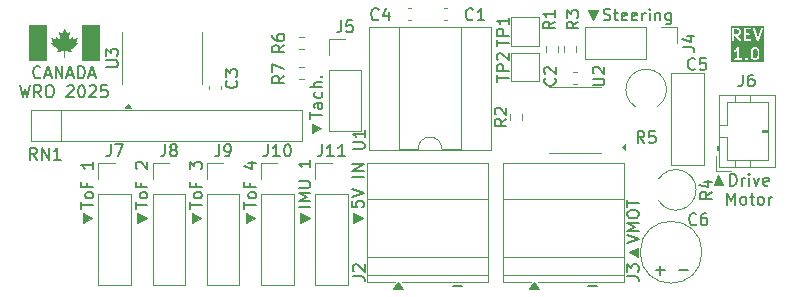
<source format=gto>
G04 #@! TF.GenerationSoftware,KiCad,Pcbnew,9.0.3*
G04 #@! TF.CreationDate,2025-07-11T16:30:41-04:00*
G04 #@! TF.ProjectId,main,6d61696e-2e6b-4696-9361-645f70636258,rev?*
G04 #@! TF.SameCoordinates,Original*
G04 #@! TF.FileFunction,Legend,Top*
G04 #@! TF.FilePolarity,Positive*
%FSLAX46Y46*%
G04 Gerber Fmt 4.6, Leading zero omitted, Abs format (unit mm)*
G04 Created by KiCad (PCBNEW 9.0.3) date 2025-07-11 16:30:41*
%MOMM*%
%LPD*%
G01*
G04 APERTURE LIST*
%ADD10C,0.120000*%
%ADD11C,0.150000*%
%ADD12C,0.000000*%
G04 APERTURE END LIST*
D10*
X106600000Y-93800000D02*
X105800000Y-94200000D01*
X105800000Y-93400000D01*
X106600000Y-93800000D01*
G36*
X106600000Y-93800000D02*
G01*
X105800000Y-94200000D01*
X105800000Y-93400000D01*
X106600000Y-93800000D01*
G37*
X115800000Y-93800000D02*
X115000000Y-94200000D01*
X115000000Y-93400000D01*
X115800000Y-93800000D01*
G36*
X115800000Y-93800000D02*
G01*
X115000000Y-94200000D01*
X115000000Y-93400000D01*
X115800000Y-93800000D01*
G37*
X152800000Y-97100000D02*
X152000000Y-96700000D01*
X152800000Y-96300000D01*
X152800000Y-97100000D01*
G36*
X152800000Y-97100000D02*
G01*
X152000000Y-96700000D01*
X152800000Y-96300000D01*
X152800000Y-97100000D01*
G37*
X111200000Y-93800000D02*
X110400000Y-94200000D01*
X110400000Y-93400000D01*
X111200000Y-93800000D01*
G36*
X111200000Y-93800000D02*
G01*
X110400000Y-94200000D01*
X110400000Y-93400000D01*
X111200000Y-93800000D01*
G37*
X126000000Y-86200000D02*
X125200000Y-86600000D01*
X125200000Y-85800000D01*
X126000000Y-86200000D01*
G36*
X126000000Y-86200000D02*
G01*
X125200000Y-86600000D01*
X125200000Y-85800000D01*
X126000000Y-86200000D01*
G37*
X160000000Y-91000000D02*
X159200000Y-91000000D01*
X159600000Y-90200000D01*
X160000000Y-91000000D01*
G36*
X160000000Y-91000000D02*
G01*
X159200000Y-91000000D01*
X159600000Y-90200000D01*
X160000000Y-91000000D01*
G37*
X125000000Y-93800000D02*
X124200000Y-94200000D01*
X124200000Y-93400000D01*
X125000000Y-93800000D01*
G36*
X125000000Y-93800000D02*
G01*
X124200000Y-94200000D01*
X124200000Y-93400000D01*
X125000000Y-93800000D01*
G37*
X129500000Y-93800000D02*
X128700000Y-94200000D01*
X128700000Y-93400000D01*
X129500000Y-93800000D01*
G36*
X129500000Y-93800000D02*
G01*
X128700000Y-94200000D01*
X128700000Y-93400000D01*
X129500000Y-93800000D01*
G37*
X149000000Y-77000000D02*
X148600000Y-76200000D01*
X149400000Y-76200000D01*
X149000000Y-77000000D01*
G36*
X149000000Y-77000000D02*
G01*
X148600000Y-76200000D01*
X149400000Y-76200000D01*
X149000000Y-77000000D01*
G37*
X120400000Y-93800000D02*
X119600000Y-94200000D01*
X119600000Y-93400000D01*
X120400000Y-93800000D01*
G36*
X120400000Y-93800000D02*
G01*
X119600000Y-94200000D01*
X119600000Y-93400000D01*
X120400000Y-93800000D01*
G37*
D11*
X114869819Y-93006077D02*
X114869819Y-92434649D01*
X115869819Y-92720363D02*
X114869819Y-92720363D01*
X115869819Y-91958458D02*
X115822200Y-92053696D01*
X115822200Y-92053696D02*
X115774580Y-92101315D01*
X115774580Y-92101315D02*
X115679342Y-92148934D01*
X115679342Y-92148934D02*
X115393628Y-92148934D01*
X115393628Y-92148934D02*
X115298390Y-92101315D01*
X115298390Y-92101315D02*
X115250771Y-92053696D01*
X115250771Y-92053696D02*
X115203152Y-91958458D01*
X115203152Y-91958458D02*
X115203152Y-91815601D01*
X115203152Y-91815601D02*
X115250771Y-91720363D01*
X115250771Y-91720363D02*
X115298390Y-91672744D01*
X115298390Y-91672744D02*
X115393628Y-91625125D01*
X115393628Y-91625125D02*
X115679342Y-91625125D01*
X115679342Y-91625125D02*
X115774580Y-91672744D01*
X115774580Y-91672744D02*
X115822200Y-91720363D01*
X115822200Y-91720363D02*
X115869819Y-91815601D01*
X115869819Y-91815601D02*
X115869819Y-91958458D01*
X115346009Y-90863220D02*
X115346009Y-91196553D01*
X115869819Y-91196553D02*
X114869819Y-91196553D01*
X114869819Y-91196553D02*
X114869819Y-90720363D01*
X114869819Y-89672743D02*
X114869819Y-89053696D01*
X114869819Y-89053696D02*
X115250771Y-89387029D01*
X115250771Y-89387029D02*
X115250771Y-89244172D01*
X115250771Y-89244172D02*
X115298390Y-89148934D01*
X115298390Y-89148934D02*
X115346009Y-89101315D01*
X115346009Y-89101315D02*
X115441247Y-89053696D01*
X115441247Y-89053696D02*
X115679342Y-89053696D01*
X115679342Y-89053696D02*
X115774580Y-89101315D01*
X115774580Y-89101315D02*
X115822200Y-89148934D01*
X115822200Y-89148934D02*
X115869819Y-89244172D01*
X115869819Y-89244172D02*
X115869819Y-89529886D01*
X115869819Y-89529886D02*
X115822200Y-89625124D01*
X115822200Y-89625124D02*
X115774580Y-89672743D01*
X156286779Y-98238866D02*
X157048684Y-98238866D01*
X137136779Y-99588866D02*
X137898684Y-99588866D01*
X149889160Y-77022200D02*
X150032017Y-77069819D01*
X150032017Y-77069819D02*
X150270112Y-77069819D01*
X150270112Y-77069819D02*
X150365350Y-77022200D01*
X150365350Y-77022200D02*
X150412969Y-76974580D01*
X150412969Y-76974580D02*
X150460588Y-76879342D01*
X150460588Y-76879342D02*
X150460588Y-76784104D01*
X150460588Y-76784104D02*
X150412969Y-76688866D01*
X150412969Y-76688866D02*
X150365350Y-76641247D01*
X150365350Y-76641247D02*
X150270112Y-76593628D01*
X150270112Y-76593628D02*
X150079636Y-76546009D01*
X150079636Y-76546009D02*
X149984398Y-76498390D01*
X149984398Y-76498390D02*
X149936779Y-76450771D01*
X149936779Y-76450771D02*
X149889160Y-76355533D01*
X149889160Y-76355533D02*
X149889160Y-76260295D01*
X149889160Y-76260295D02*
X149936779Y-76165057D01*
X149936779Y-76165057D02*
X149984398Y-76117438D01*
X149984398Y-76117438D02*
X150079636Y-76069819D01*
X150079636Y-76069819D02*
X150317731Y-76069819D01*
X150317731Y-76069819D02*
X150460588Y-76117438D01*
X150746303Y-76403152D02*
X151127255Y-76403152D01*
X150889160Y-76069819D02*
X150889160Y-76926961D01*
X150889160Y-76926961D02*
X150936779Y-77022200D01*
X150936779Y-77022200D02*
X151032017Y-77069819D01*
X151032017Y-77069819D02*
X151127255Y-77069819D01*
X151841541Y-77022200D02*
X151746303Y-77069819D01*
X151746303Y-77069819D02*
X151555827Y-77069819D01*
X151555827Y-77069819D02*
X151460589Y-77022200D01*
X151460589Y-77022200D02*
X151412970Y-76926961D01*
X151412970Y-76926961D02*
X151412970Y-76546009D01*
X151412970Y-76546009D02*
X151460589Y-76450771D01*
X151460589Y-76450771D02*
X151555827Y-76403152D01*
X151555827Y-76403152D02*
X151746303Y-76403152D01*
X151746303Y-76403152D02*
X151841541Y-76450771D01*
X151841541Y-76450771D02*
X151889160Y-76546009D01*
X151889160Y-76546009D02*
X151889160Y-76641247D01*
X151889160Y-76641247D02*
X151412970Y-76736485D01*
X152698684Y-77022200D02*
X152603446Y-77069819D01*
X152603446Y-77069819D02*
X152412970Y-77069819D01*
X152412970Y-77069819D02*
X152317732Y-77022200D01*
X152317732Y-77022200D02*
X152270113Y-76926961D01*
X152270113Y-76926961D02*
X152270113Y-76546009D01*
X152270113Y-76546009D02*
X152317732Y-76450771D01*
X152317732Y-76450771D02*
X152412970Y-76403152D01*
X152412970Y-76403152D02*
X152603446Y-76403152D01*
X152603446Y-76403152D02*
X152698684Y-76450771D01*
X152698684Y-76450771D02*
X152746303Y-76546009D01*
X152746303Y-76546009D02*
X152746303Y-76641247D01*
X152746303Y-76641247D02*
X152270113Y-76736485D01*
X153174875Y-77069819D02*
X153174875Y-76403152D01*
X153174875Y-76593628D02*
X153222494Y-76498390D01*
X153222494Y-76498390D02*
X153270113Y-76450771D01*
X153270113Y-76450771D02*
X153365351Y-76403152D01*
X153365351Y-76403152D02*
X153460589Y-76403152D01*
X153793923Y-77069819D02*
X153793923Y-76403152D01*
X153793923Y-76069819D02*
X153746304Y-76117438D01*
X153746304Y-76117438D02*
X153793923Y-76165057D01*
X153793923Y-76165057D02*
X153841542Y-76117438D01*
X153841542Y-76117438D02*
X153793923Y-76069819D01*
X153793923Y-76069819D02*
X153793923Y-76165057D01*
X154270113Y-76403152D02*
X154270113Y-77069819D01*
X154270113Y-76498390D02*
X154317732Y-76450771D01*
X154317732Y-76450771D02*
X154412970Y-76403152D01*
X154412970Y-76403152D02*
X154555827Y-76403152D01*
X154555827Y-76403152D02*
X154651065Y-76450771D01*
X154651065Y-76450771D02*
X154698684Y-76546009D01*
X154698684Y-76546009D02*
X154698684Y-77069819D01*
X155603446Y-76403152D02*
X155603446Y-77212676D01*
X155603446Y-77212676D02*
X155555827Y-77307914D01*
X155555827Y-77307914D02*
X155508208Y-77355533D01*
X155508208Y-77355533D02*
X155412970Y-77403152D01*
X155412970Y-77403152D02*
X155270113Y-77403152D01*
X155270113Y-77403152D02*
X155174875Y-77355533D01*
X155603446Y-77022200D02*
X155508208Y-77069819D01*
X155508208Y-77069819D02*
X155317732Y-77069819D01*
X155317732Y-77069819D02*
X155222494Y-77022200D01*
X155222494Y-77022200D02*
X155174875Y-76974580D01*
X155174875Y-76974580D02*
X155127256Y-76879342D01*
X155127256Y-76879342D02*
X155127256Y-76593628D01*
X155127256Y-76593628D02*
X155174875Y-76498390D01*
X155174875Y-76498390D02*
X155222494Y-76450771D01*
X155222494Y-76450771D02*
X155317732Y-76403152D01*
X155317732Y-76403152D02*
X155508208Y-76403152D01*
X155508208Y-76403152D02*
X155603446Y-76450771D01*
X102199999Y-81864636D02*
X102152380Y-81912256D01*
X102152380Y-81912256D02*
X102009523Y-81959875D01*
X102009523Y-81959875D02*
X101914285Y-81959875D01*
X101914285Y-81959875D02*
X101771428Y-81912256D01*
X101771428Y-81912256D02*
X101676190Y-81817017D01*
X101676190Y-81817017D02*
X101628571Y-81721779D01*
X101628571Y-81721779D02*
X101580952Y-81531303D01*
X101580952Y-81531303D02*
X101580952Y-81388446D01*
X101580952Y-81388446D02*
X101628571Y-81197970D01*
X101628571Y-81197970D02*
X101676190Y-81102732D01*
X101676190Y-81102732D02*
X101771428Y-81007494D01*
X101771428Y-81007494D02*
X101914285Y-80959875D01*
X101914285Y-80959875D02*
X102009523Y-80959875D01*
X102009523Y-80959875D02*
X102152380Y-81007494D01*
X102152380Y-81007494D02*
X102199999Y-81055113D01*
X102580952Y-81674160D02*
X103057142Y-81674160D01*
X102485714Y-81959875D02*
X102819047Y-80959875D01*
X102819047Y-80959875D02*
X103152380Y-81959875D01*
X103485714Y-81959875D02*
X103485714Y-80959875D01*
X103485714Y-80959875D02*
X104057142Y-81959875D01*
X104057142Y-81959875D02*
X104057142Y-80959875D01*
X104485714Y-81674160D02*
X104961904Y-81674160D01*
X104390476Y-81959875D02*
X104723809Y-80959875D01*
X104723809Y-80959875D02*
X105057142Y-81959875D01*
X105390476Y-81959875D02*
X105390476Y-80959875D01*
X105390476Y-80959875D02*
X105628571Y-80959875D01*
X105628571Y-80959875D02*
X105771428Y-81007494D01*
X105771428Y-81007494D02*
X105866666Y-81102732D01*
X105866666Y-81102732D02*
X105914285Y-81197970D01*
X105914285Y-81197970D02*
X105961904Y-81388446D01*
X105961904Y-81388446D02*
X105961904Y-81531303D01*
X105961904Y-81531303D02*
X105914285Y-81721779D01*
X105914285Y-81721779D02*
X105866666Y-81817017D01*
X105866666Y-81817017D02*
X105771428Y-81912256D01*
X105771428Y-81912256D02*
X105628571Y-81959875D01*
X105628571Y-81959875D02*
X105390476Y-81959875D01*
X106342857Y-81674160D02*
X106819047Y-81674160D01*
X106247619Y-81959875D02*
X106580952Y-80959875D01*
X106580952Y-80959875D02*
X106914285Y-81959875D01*
X100461905Y-82569819D02*
X100700000Y-83569819D01*
X100700000Y-83569819D02*
X100890476Y-82855533D01*
X100890476Y-82855533D02*
X101080952Y-83569819D01*
X101080952Y-83569819D02*
X101319048Y-82569819D01*
X102271428Y-83569819D02*
X101938095Y-83093628D01*
X101700000Y-83569819D02*
X101700000Y-82569819D01*
X101700000Y-82569819D02*
X102080952Y-82569819D01*
X102080952Y-82569819D02*
X102176190Y-82617438D01*
X102176190Y-82617438D02*
X102223809Y-82665057D01*
X102223809Y-82665057D02*
X102271428Y-82760295D01*
X102271428Y-82760295D02*
X102271428Y-82903152D01*
X102271428Y-82903152D02*
X102223809Y-82998390D01*
X102223809Y-82998390D02*
X102176190Y-83046009D01*
X102176190Y-83046009D02*
X102080952Y-83093628D01*
X102080952Y-83093628D02*
X101700000Y-83093628D01*
X102890476Y-82569819D02*
X103080952Y-82569819D01*
X103080952Y-82569819D02*
X103176190Y-82617438D01*
X103176190Y-82617438D02*
X103271428Y-82712676D01*
X103271428Y-82712676D02*
X103319047Y-82903152D01*
X103319047Y-82903152D02*
X103319047Y-83236485D01*
X103319047Y-83236485D02*
X103271428Y-83426961D01*
X103271428Y-83426961D02*
X103176190Y-83522200D01*
X103176190Y-83522200D02*
X103080952Y-83569819D01*
X103080952Y-83569819D02*
X102890476Y-83569819D01*
X102890476Y-83569819D02*
X102795238Y-83522200D01*
X102795238Y-83522200D02*
X102700000Y-83426961D01*
X102700000Y-83426961D02*
X102652381Y-83236485D01*
X102652381Y-83236485D02*
X102652381Y-82903152D01*
X102652381Y-82903152D02*
X102700000Y-82712676D01*
X102700000Y-82712676D02*
X102795238Y-82617438D01*
X102795238Y-82617438D02*
X102890476Y-82569819D01*
X104461905Y-82665057D02*
X104509524Y-82617438D01*
X104509524Y-82617438D02*
X104604762Y-82569819D01*
X104604762Y-82569819D02*
X104842857Y-82569819D01*
X104842857Y-82569819D02*
X104938095Y-82617438D01*
X104938095Y-82617438D02*
X104985714Y-82665057D01*
X104985714Y-82665057D02*
X105033333Y-82760295D01*
X105033333Y-82760295D02*
X105033333Y-82855533D01*
X105033333Y-82855533D02*
X104985714Y-82998390D01*
X104985714Y-82998390D02*
X104414286Y-83569819D01*
X104414286Y-83569819D02*
X105033333Y-83569819D01*
X105652381Y-82569819D02*
X105747619Y-82569819D01*
X105747619Y-82569819D02*
X105842857Y-82617438D01*
X105842857Y-82617438D02*
X105890476Y-82665057D01*
X105890476Y-82665057D02*
X105938095Y-82760295D01*
X105938095Y-82760295D02*
X105985714Y-82950771D01*
X105985714Y-82950771D02*
X105985714Y-83188866D01*
X105985714Y-83188866D02*
X105938095Y-83379342D01*
X105938095Y-83379342D02*
X105890476Y-83474580D01*
X105890476Y-83474580D02*
X105842857Y-83522200D01*
X105842857Y-83522200D02*
X105747619Y-83569819D01*
X105747619Y-83569819D02*
X105652381Y-83569819D01*
X105652381Y-83569819D02*
X105557143Y-83522200D01*
X105557143Y-83522200D02*
X105509524Y-83474580D01*
X105509524Y-83474580D02*
X105461905Y-83379342D01*
X105461905Y-83379342D02*
X105414286Y-83188866D01*
X105414286Y-83188866D02*
X105414286Y-82950771D01*
X105414286Y-82950771D02*
X105461905Y-82760295D01*
X105461905Y-82760295D02*
X105509524Y-82665057D01*
X105509524Y-82665057D02*
X105557143Y-82617438D01*
X105557143Y-82617438D02*
X105652381Y-82569819D01*
X106366667Y-82665057D02*
X106414286Y-82617438D01*
X106414286Y-82617438D02*
X106509524Y-82569819D01*
X106509524Y-82569819D02*
X106747619Y-82569819D01*
X106747619Y-82569819D02*
X106842857Y-82617438D01*
X106842857Y-82617438D02*
X106890476Y-82665057D01*
X106890476Y-82665057D02*
X106938095Y-82760295D01*
X106938095Y-82760295D02*
X106938095Y-82855533D01*
X106938095Y-82855533D02*
X106890476Y-82998390D01*
X106890476Y-82998390D02*
X106319048Y-83569819D01*
X106319048Y-83569819D02*
X106938095Y-83569819D01*
X107842857Y-82569819D02*
X107366667Y-82569819D01*
X107366667Y-82569819D02*
X107319048Y-83046009D01*
X107319048Y-83046009D02*
X107366667Y-82998390D01*
X107366667Y-82998390D02*
X107461905Y-82950771D01*
X107461905Y-82950771D02*
X107700000Y-82950771D01*
X107700000Y-82950771D02*
X107795238Y-82998390D01*
X107795238Y-82998390D02*
X107842857Y-83046009D01*
X107842857Y-83046009D02*
X107890476Y-83141247D01*
X107890476Y-83141247D02*
X107890476Y-83379342D01*
X107890476Y-83379342D02*
X107842857Y-83474580D01*
X107842857Y-83474580D02*
X107795238Y-83522200D01*
X107795238Y-83522200D02*
X107700000Y-83569819D01*
X107700000Y-83569819D02*
X107461905Y-83569819D01*
X107461905Y-83569819D02*
X107366667Y-83522200D01*
X107366667Y-83522200D02*
X107319048Y-83474580D01*
X119469819Y-93006077D02*
X119469819Y-92434649D01*
X120469819Y-92720363D02*
X119469819Y-92720363D01*
X120469819Y-91958458D02*
X120422200Y-92053696D01*
X120422200Y-92053696D02*
X120374580Y-92101315D01*
X120374580Y-92101315D02*
X120279342Y-92148934D01*
X120279342Y-92148934D02*
X119993628Y-92148934D01*
X119993628Y-92148934D02*
X119898390Y-92101315D01*
X119898390Y-92101315D02*
X119850771Y-92053696D01*
X119850771Y-92053696D02*
X119803152Y-91958458D01*
X119803152Y-91958458D02*
X119803152Y-91815601D01*
X119803152Y-91815601D02*
X119850771Y-91720363D01*
X119850771Y-91720363D02*
X119898390Y-91672744D01*
X119898390Y-91672744D02*
X119993628Y-91625125D01*
X119993628Y-91625125D02*
X120279342Y-91625125D01*
X120279342Y-91625125D02*
X120374580Y-91672744D01*
X120374580Y-91672744D02*
X120422200Y-91720363D01*
X120422200Y-91720363D02*
X120469819Y-91815601D01*
X120469819Y-91815601D02*
X120469819Y-91958458D01*
X119946009Y-90863220D02*
X119946009Y-91196553D01*
X120469819Y-91196553D02*
X119469819Y-91196553D01*
X119469819Y-91196553D02*
X119469819Y-90720363D01*
X119803152Y-89148934D02*
X120469819Y-89148934D01*
X119422200Y-89387029D02*
X120136485Y-89625124D01*
X120136485Y-89625124D02*
X120136485Y-89006077D01*
X160580952Y-91059875D02*
X160580952Y-90059875D01*
X160580952Y-90059875D02*
X160819047Y-90059875D01*
X160819047Y-90059875D02*
X160961904Y-90107494D01*
X160961904Y-90107494D02*
X161057142Y-90202732D01*
X161057142Y-90202732D02*
X161104761Y-90297970D01*
X161104761Y-90297970D02*
X161152380Y-90488446D01*
X161152380Y-90488446D02*
X161152380Y-90631303D01*
X161152380Y-90631303D02*
X161104761Y-90821779D01*
X161104761Y-90821779D02*
X161057142Y-90917017D01*
X161057142Y-90917017D02*
X160961904Y-91012256D01*
X160961904Y-91012256D02*
X160819047Y-91059875D01*
X160819047Y-91059875D02*
X160580952Y-91059875D01*
X161580952Y-91059875D02*
X161580952Y-90393208D01*
X161580952Y-90583684D02*
X161628571Y-90488446D01*
X161628571Y-90488446D02*
X161676190Y-90440827D01*
X161676190Y-90440827D02*
X161771428Y-90393208D01*
X161771428Y-90393208D02*
X161866666Y-90393208D01*
X162200000Y-91059875D02*
X162200000Y-90393208D01*
X162200000Y-90059875D02*
X162152381Y-90107494D01*
X162152381Y-90107494D02*
X162200000Y-90155113D01*
X162200000Y-90155113D02*
X162247619Y-90107494D01*
X162247619Y-90107494D02*
X162200000Y-90059875D01*
X162200000Y-90059875D02*
X162200000Y-90155113D01*
X162580952Y-90393208D02*
X162819047Y-91059875D01*
X162819047Y-91059875D02*
X163057142Y-90393208D01*
X163819047Y-91012256D02*
X163723809Y-91059875D01*
X163723809Y-91059875D02*
X163533333Y-91059875D01*
X163533333Y-91059875D02*
X163438095Y-91012256D01*
X163438095Y-91012256D02*
X163390476Y-90917017D01*
X163390476Y-90917017D02*
X163390476Y-90536065D01*
X163390476Y-90536065D02*
X163438095Y-90440827D01*
X163438095Y-90440827D02*
X163533333Y-90393208D01*
X163533333Y-90393208D02*
X163723809Y-90393208D01*
X163723809Y-90393208D02*
X163819047Y-90440827D01*
X163819047Y-90440827D02*
X163866666Y-90536065D01*
X163866666Y-90536065D02*
X163866666Y-90631303D01*
X163866666Y-90631303D02*
X163390476Y-90726541D01*
X160366666Y-92669819D02*
X160366666Y-91669819D01*
X160366666Y-91669819D02*
X160699999Y-92384104D01*
X160699999Y-92384104D02*
X161033332Y-91669819D01*
X161033332Y-91669819D02*
X161033332Y-92669819D01*
X161652380Y-92669819D02*
X161557142Y-92622200D01*
X161557142Y-92622200D02*
X161509523Y-92574580D01*
X161509523Y-92574580D02*
X161461904Y-92479342D01*
X161461904Y-92479342D02*
X161461904Y-92193628D01*
X161461904Y-92193628D02*
X161509523Y-92098390D01*
X161509523Y-92098390D02*
X161557142Y-92050771D01*
X161557142Y-92050771D02*
X161652380Y-92003152D01*
X161652380Y-92003152D02*
X161795237Y-92003152D01*
X161795237Y-92003152D02*
X161890475Y-92050771D01*
X161890475Y-92050771D02*
X161938094Y-92098390D01*
X161938094Y-92098390D02*
X161985713Y-92193628D01*
X161985713Y-92193628D02*
X161985713Y-92479342D01*
X161985713Y-92479342D02*
X161938094Y-92574580D01*
X161938094Y-92574580D02*
X161890475Y-92622200D01*
X161890475Y-92622200D02*
X161795237Y-92669819D01*
X161795237Y-92669819D02*
X161652380Y-92669819D01*
X162271428Y-92003152D02*
X162652380Y-92003152D01*
X162414285Y-91669819D02*
X162414285Y-92526961D01*
X162414285Y-92526961D02*
X162461904Y-92622200D01*
X162461904Y-92622200D02*
X162557142Y-92669819D01*
X162557142Y-92669819D02*
X162652380Y-92669819D01*
X163128571Y-92669819D02*
X163033333Y-92622200D01*
X163033333Y-92622200D02*
X162985714Y-92574580D01*
X162985714Y-92574580D02*
X162938095Y-92479342D01*
X162938095Y-92479342D02*
X162938095Y-92193628D01*
X162938095Y-92193628D02*
X162985714Y-92098390D01*
X162985714Y-92098390D02*
X163033333Y-92050771D01*
X163033333Y-92050771D02*
X163128571Y-92003152D01*
X163128571Y-92003152D02*
X163271428Y-92003152D01*
X163271428Y-92003152D02*
X163366666Y-92050771D01*
X163366666Y-92050771D02*
X163414285Y-92098390D01*
X163414285Y-92098390D02*
X163461904Y-92193628D01*
X163461904Y-92193628D02*
X163461904Y-92479342D01*
X163461904Y-92479342D02*
X163414285Y-92574580D01*
X163414285Y-92574580D02*
X163366666Y-92622200D01*
X163366666Y-92622200D02*
X163271428Y-92669819D01*
X163271428Y-92669819D02*
X163128571Y-92669819D01*
X163890476Y-92669819D02*
X163890476Y-92003152D01*
X163890476Y-92193628D02*
X163938095Y-92098390D01*
X163938095Y-92098390D02*
X163985714Y-92050771D01*
X163985714Y-92050771D02*
X164080952Y-92003152D01*
X164080952Y-92003152D02*
X164176190Y-92003152D01*
X148536779Y-99588866D02*
X149298684Y-99588866D01*
G36*
X162812715Y-79479077D02*
G01*
X162843122Y-79509484D01*
X162881615Y-79586471D01*
X162924999Y-79760005D01*
X162924999Y-79979632D01*
X162881615Y-80153166D01*
X162843121Y-80230153D01*
X162812714Y-80260561D01*
X162744199Y-80294819D01*
X162684371Y-80294819D01*
X162615855Y-80260561D01*
X162585448Y-80230153D01*
X162546954Y-80153166D01*
X162503571Y-79979632D01*
X162503571Y-79760005D01*
X162546954Y-79586471D01*
X162585448Y-79509484D01*
X162615855Y-79479077D01*
X162684371Y-79444819D01*
X162744199Y-79444819D01*
X162812715Y-79479077D01*
G37*
G36*
X161288906Y-77869133D02*
G01*
X161319313Y-77899540D01*
X161353571Y-77968056D01*
X161353571Y-78075503D01*
X161319313Y-78144019D01*
X161288906Y-78174426D01*
X161220390Y-78208684D01*
X160932143Y-78208684D01*
X160932143Y-77834875D01*
X161220390Y-77834875D01*
X161288906Y-77869133D01*
G37*
G36*
X163471236Y-80555930D02*
G01*
X160671032Y-80555930D01*
X160671032Y-79646152D01*
X160925589Y-79646152D01*
X160927663Y-79675342D01*
X160940750Y-79701517D01*
X160962858Y-79720690D01*
X160990619Y-79729944D01*
X161019809Y-79727870D01*
X161033541Y-79722615D01*
X161128779Y-79674996D01*
X161135078Y-79671031D01*
X161136906Y-79670274D01*
X161138962Y-79668585D01*
X161141222Y-79667164D01*
X161142521Y-79665665D01*
X161148271Y-79660947D01*
X161210714Y-79598504D01*
X161210714Y-80294819D01*
X161000000Y-80294819D01*
X160985368Y-80296260D01*
X160958332Y-80307459D01*
X160937640Y-80328151D01*
X160926441Y-80355187D01*
X160926441Y-80384451D01*
X160937640Y-80411487D01*
X160958332Y-80432179D01*
X160985368Y-80443378D01*
X161000000Y-80444819D01*
X161571428Y-80444819D01*
X161586060Y-80443378D01*
X161613096Y-80432179D01*
X161633788Y-80411487D01*
X161644987Y-80384451D01*
X161644987Y-80355187D01*
X161633788Y-80328151D01*
X161613206Y-80307569D01*
X161878822Y-80307569D01*
X161878822Y-80336832D01*
X161883859Y-80348991D01*
X161890021Y-80363868D01*
X161899348Y-80375233D01*
X161946967Y-80422852D01*
X161958332Y-80432179D01*
X161985368Y-80443378D01*
X161985369Y-80443378D01*
X162014631Y-80443378D01*
X162014632Y-80443378D01*
X162041668Y-80432179D01*
X162053033Y-80422852D01*
X162100652Y-80375233D01*
X162109979Y-80363868D01*
X162121178Y-80336832D01*
X162121178Y-80307569D01*
X162121132Y-80307459D01*
X162109980Y-80280533D01*
X162100652Y-80269167D01*
X162053034Y-80221548D01*
X162041668Y-80212220D01*
X162041667Y-80212219D01*
X162023371Y-80204641D01*
X162014632Y-80201021D01*
X162014631Y-80201021D01*
X161985368Y-80201021D01*
X161976629Y-80204641D01*
X161958333Y-80212219D01*
X161958332Y-80212220D01*
X161946966Y-80221548D01*
X161899347Y-80269168D01*
X161890020Y-80280533D01*
X161878822Y-80307569D01*
X161613206Y-80307569D01*
X161613096Y-80307459D01*
X161586060Y-80296260D01*
X161571428Y-80294819D01*
X161360714Y-80294819D01*
X161360714Y-79750771D01*
X162353571Y-79750771D01*
X162353571Y-79988866D01*
X162353822Y-79991419D01*
X162353660Y-79992512D01*
X162354469Y-79997985D01*
X162355012Y-80003498D01*
X162355434Y-80004519D01*
X162355810Y-80007056D01*
X162403429Y-80197532D01*
X162403814Y-80198611D01*
X162403853Y-80199151D01*
X162406180Y-80205232D01*
X162408376Y-80211378D01*
X162408698Y-80211813D01*
X162409108Y-80212883D01*
X162456727Y-80308121D01*
X162460690Y-80314417D01*
X162461448Y-80316247D01*
X162463137Y-80318305D01*
X162464559Y-80320564D01*
X162466057Y-80321863D01*
X162470775Y-80327612D01*
X162518394Y-80375232D01*
X162524143Y-80379950D01*
X162525444Y-80381450D01*
X162527703Y-80382872D01*
X162529760Y-80384560D01*
X162531587Y-80385317D01*
X162537887Y-80389282D01*
X162633125Y-80436901D01*
X162646856Y-80442156D01*
X162649545Y-80442347D01*
X162652034Y-80443378D01*
X162666666Y-80444819D01*
X162761904Y-80444819D01*
X162776536Y-80443378D01*
X162779025Y-80442346D01*
X162781713Y-80442156D01*
X162795445Y-80436901D01*
X162890683Y-80389282D01*
X162896982Y-80385317D01*
X162898810Y-80384560D01*
X162900866Y-80382872D01*
X162903126Y-80381450D01*
X162904426Y-80379950D01*
X162910176Y-80375232D01*
X162957794Y-80327613D01*
X162962512Y-80321863D01*
X162964011Y-80320564D01*
X162965432Y-80318305D01*
X162967122Y-80316247D01*
X162967879Y-80314417D01*
X162971843Y-80308121D01*
X163019462Y-80212883D01*
X163019871Y-80211813D01*
X163020194Y-80211378D01*
X163022386Y-80205241D01*
X163024717Y-80199152D01*
X163024755Y-80198611D01*
X163025141Y-80197532D01*
X163072760Y-80007056D01*
X163073135Y-80004519D01*
X163073558Y-80003498D01*
X163074100Y-79997985D01*
X163074910Y-79992512D01*
X163074747Y-79991419D01*
X163074999Y-79988866D01*
X163074999Y-79750771D01*
X163074747Y-79748217D01*
X163074910Y-79747125D01*
X163074100Y-79741651D01*
X163073558Y-79736139D01*
X163073135Y-79735117D01*
X163072760Y-79732581D01*
X163025141Y-79542105D01*
X163024755Y-79541025D01*
X163024717Y-79540485D01*
X163022386Y-79534395D01*
X163020194Y-79528259D01*
X163019871Y-79527823D01*
X163019462Y-79526754D01*
X162971843Y-79431516D01*
X162967878Y-79425216D01*
X162967121Y-79423389D01*
X162965432Y-79421332D01*
X162964011Y-79419073D01*
X162962512Y-79417773D01*
X162957794Y-79412024D01*
X162910175Y-79364405D01*
X162904425Y-79359686D01*
X162903126Y-79358188D01*
X162900866Y-79356766D01*
X162898810Y-79355078D01*
X162896982Y-79354320D01*
X162890683Y-79350356D01*
X162795445Y-79302737D01*
X162781713Y-79297482D01*
X162779025Y-79297291D01*
X162776536Y-79296260D01*
X162761904Y-79294819D01*
X162666666Y-79294819D01*
X162652034Y-79296260D01*
X162649545Y-79297290D01*
X162646856Y-79297482D01*
X162633125Y-79302737D01*
X162537887Y-79350356D01*
X162531587Y-79354320D01*
X162529760Y-79355078D01*
X162527703Y-79356766D01*
X162525444Y-79358188D01*
X162524144Y-79359686D01*
X162518395Y-79364405D01*
X162470776Y-79412024D01*
X162466057Y-79417773D01*
X162464559Y-79419073D01*
X162463137Y-79421332D01*
X162461449Y-79423389D01*
X162460691Y-79425216D01*
X162456727Y-79431516D01*
X162409108Y-79526754D01*
X162408698Y-79527823D01*
X162408376Y-79528259D01*
X162406180Y-79534404D01*
X162403853Y-79540486D01*
X162403814Y-79541025D01*
X162403429Y-79542105D01*
X162355810Y-79732581D01*
X162355434Y-79735117D01*
X162355012Y-79736139D01*
X162354469Y-79741651D01*
X162353660Y-79747125D01*
X162353822Y-79748217D01*
X162353571Y-79750771D01*
X161360714Y-79750771D01*
X161360714Y-79369819D01*
X161360708Y-79369766D01*
X161360714Y-79369740D01*
X161360698Y-79369663D01*
X161359273Y-79355187D01*
X161356431Y-79348326D01*
X161354975Y-79341045D01*
X161350885Y-79334938D01*
X161348074Y-79328151D01*
X161342825Y-79322902D01*
X161338692Y-79316730D01*
X161332575Y-79312652D01*
X161327382Y-79307459D01*
X161320522Y-79304617D01*
X161314343Y-79300498D01*
X161307134Y-79299072D01*
X161300346Y-79296260D01*
X161292919Y-79296260D01*
X161285635Y-79294819D01*
X161278430Y-79296260D01*
X161271082Y-79296260D01*
X161264221Y-79299101D01*
X161256941Y-79300558D01*
X161250835Y-79304646D01*
X161244046Y-79307459D01*
X161238795Y-79312709D01*
X161232626Y-79316841D01*
X161223405Y-79328099D01*
X161223354Y-79328151D01*
X161223344Y-79328173D01*
X161223310Y-79328216D01*
X161132190Y-79464896D01*
X161050811Y-79546275D01*
X160966459Y-79588451D01*
X160954016Y-79596283D01*
X160934843Y-79618391D01*
X160925589Y-79646152D01*
X160671032Y-79646152D01*
X160671032Y-77759875D01*
X160782143Y-77759875D01*
X160782143Y-78759875D01*
X160783584Y-78774507D01*
X160794783Y-78801543D01*
X160815475Y-78822235D01*
X160842511Y-78833434D01*
X160871775Y-78833434D01*
X160898811Y-78822235D01*
X160919503Y-78801543D01*
X160930702Y-78774507D01*
X160932143Y-78759875D01*
X160932143Y-78358684D01*
X161056189Y-78358684D01*
X161367129Y-78802885D01*
X161376700Y-78814045D01*
X161401379Y-78829772D01*
X161430196Y-78834858D01*
X161458767Y-78828528D01*
X161482741Y-78811746D01*
X161498468Y-78787068D01*
X161503553Y-78758250D01*
X161497224Y-78729679D01*
X161490014Y-78716866D01*
X161239210Y-78358574D01*
X161252727Y-78357243D01*
X161255216Y-78356211D01*
X161257904Y-78356021D01*
X161271636Y-78350766D01*
X161366874Y-78303147D01*
X161373173Y-78299182D01*
X161375001Y-78298425D01*
X161377057Y-78296736D01*
X161379317Y-78295315D01*
X161380616Y-78293816D01*
X161386366Y-78289098D01*
X161433985Y-78241479D01*
X161438703Y-78235729D01*
X161440202Y-78234430D01*
X161441623Y-78232170D01*
X161443312Y-78230114D01*
X161444069Y-78228286D01*
X161448034Y-78221987D01*
X161495653Y-78126749D01*
X161500908Y-78113018D01*
X161501099Y-78110328D01*
X161502130Y-78107840D01*
X161503571Y-78093208D01*
X161503571Y-77950351D01*
X161502130Y-77935719D01*
X161501099Y-77933230D01*
X161500908Y-77930541D01*
X161495653Y-77916810D01*
X161448034Y-77821572D01*
X161444069Y-77815272D01*
X161443312Y-77813445D01*
X161441623Y-77811388D01*
X161440202Y-77809129D01*
X161438703Y-77807829D01*
X161433985Y-77802080D01*
X161391780Y-77759875D01*
X161782143Y-77759875D01*
X161782143Y-78759875D01*
X161783584Y-78774507D01*
X161794783Y-78801543D01*
X161815475Y-78822235D01*
X161842511Y-78833434D01*
X161857143Y-78834875D01*
X162333333Y-78834875D01*
X162347965Y-78833434D01*
X162375001Y-78822235D01*
X162395693Y-78801543D01*
X162406892Y-78774507D01*
X162406892Y-78745243D01*
X162395693Y-78718207D01*
X162375001Y-78697515D01*
X162347965Y-78686316D01*
X162333333Y-78684875D01*
X161932143Y-78684875D01*
X161932143Y-78311065D01*
X162190476Y-78311065D01*
X162205108Y-78309624D01*
X162232144Y-78298425D01*
X162252836Y-78277733D01*
X162264035Y-78250697D01*
X162264035Y-78221433D01*
X162252836Y-78194397D01*
X162232144Y-78173705D01*
X162205108Y-78162506D01*
X162190476Y-78161065D01*
X161932143Y-78161065D01*
X161932143Y-77834875D01*
X162333333Y-77834875D01*
X162347965Y-77833434D01*
X162375001Y-77822235D01*
X162395693Y-77801543D01*
X162406892Y-77774507D01*
X162406892Y-77769255D01*
X162544637Y-77769255D01*
X162547897Y-77783592D01*
X162881230Y-78783592D01*
X162887224Y-78797017D01*
X162890734Y-78801064D01*
X162893131Y-78805858D01*
X162900239Y-78812023D01*
X162906398Y-78819124D01*
X162911187Y-78821518D01*
X162915238Y-78825032D01*
X162924163Y-78828006D01*
X162932571Y-78832211D01*
X162937915Y-78832590D01*
X162943001Y-78834286D01*
X162952381Y-78833619D01*
X162961761Y-78834286D01*
X162966846Y-78832590D01*
X162972191Y-78832211D01*
X162980601Y-78828005D01*
X162989523Y-78825032D01*
X162993570Y-78821521D01*
X162998364Y-78819125D01*
X163004527Y-78812019D01*
X163011631Y-78805858D01*
X163014026Y-78801066D01*
X163017538Y-78797018D01*
X163023532Y-78783592D01*
X163356865Y-77783592D01*
X163360125Y-77769256D01*
X163358050Y-77740066D01*
X163344964Y-77713892D01*
X163322856Y-77694718D01*
X163295094Y-77685464D01*
X163265904Y-77687539D01*
X163239731Y-77700626D01*
X163220557Y-77722733D01*
X163214563Y-77736158D01*
X162952381Y-78522704D01*
X162690199Y-77736158D01*
X162684205Y-77722732D01*
X162665031Y-77700625D01*
X162638858Y-77687539D01*
X162609668Y-77685464D01*
X162581905Y-77694718D01*
X162559798Y-77713892D01*
X162546712Y-77740065D01*
X162544637Y-77769255D01*
X162406892Y-77769255D01*
X162406892Y-77745243D01*
X162395693Y-77718207D01*
X162375001Y-77697515D01*
X162347965Y-77686316D01*
X162333333Y-77684875D01*
X161857143Y-77684875D01*
X161842511Y-77686316D01*
X161815475Y-77697515D01*
X161794783Y-77718207D01*
X161783584Y-77745243D01*
X161782143Y-77759875D01*
X161391780Y-77759875D01*
X161386366Y-77754461D01*
X161380616Y-77749742D01*
X161379317Y-77748244D01*
X161377057Y-77746822D01*
X161375001Y-77745134D01*
X161373173Y-77744376D01*
X161366874Y-77740412D01*
X161271636Y-77692793D01*
X161257904Y-77687538D01*
X161255216Y-77687347D01*
X161252727Y-77686316D01*
X161238095Y-77684875D01*
X160857143Y-77684875D01*
X160842511Y-77686316D01*
X160815475Y-77697515D01*
X160794783Y-77718207D01*
X160783584Y-77745243D01*
X160782143Y-77759875D01*
X160671032Y-77759875D01*
X160671032Y-77573764D01*
X163471236Y-77573764D01*
X163471236Y-80555930D01*
G37*
X125069819Y-85406077D02*
X125069819Y-84834649D01*
X126069819Y-85120363D02*
X125069819Y-85120363D01*
X126069819Y-84072744D02*
X125546009Y-84072744D01*
X125546009Y-84072744D02*
X125450771Y-84120363D01*
X125450771Y-84120363D02*
X125403152Y-84215601D01*
X125403152Y-84215601D02*
X125403152Y-84406077D01*
X125403152Y-84406077D02*
X125450771Y-84501315D01*
X126022200Y-84072744D02*
X126069819Y-84167982D01*
X126069819Y-84167982D02*
X126069819Y-84406077D01*
X126069819Y-84406077D02*
X126022200Y-84501315D01*
X126022200Y-84501315D02*
X125926961Y-84548934D01*
X125926961Y-84548934D02*
X125831723Y-84548934D01*
X125831723Y-84548934D02*
X125736485Y-84501315D01*
X125736485Y-84501315D02*
X125688866Y-84406077D01*
X125688866Y-84406077D02*
X125688866Y-84167982D01*
X125688866Y-84167982D02*
X125641247Y-84072744D01*
X126022200Y-83167982D02*
X126069819Y-83263220D01*
X126069819Y-83263220D02*
X126069819Y-83453696D01*
X126069819Y-83453696D02*
X126022200Y-83548934D01*
X126022200Y-83548934D02*
X125974580Y-83596553D01*
X125974580Y-83596553D02*
X125879342Y-83644172D01*
X125879342Y-83644172D02*
X125593628Y-83644172D01*
X125593628Y-83644172D02*
X125498390Y-83596553D01*
X125498390Y-83596553D02*
X125450771Y-83548934D01*
X125450771Y-83548934D02*
X125403152Y-83453696D01*
X125403152Y-83453696D02*
X125403152Y-83263220D01*
X125403152Y-83263220D02*
X125450771Y-83167982D01*
X126069819Y-82739410D02*
X125069819Y-82739410D01*
X126069819Y-82310839D02*
X125546009Y-82310839D01*
X125546009Y-82310839D02*
X125450771Y-82358458D01*
X125450771Y-82358458D02*
X125403152Y-82453696D01*
X125403152Y-82453696D02*
X125403152Y-82596553D01*
X125403152Y-82596553D02*
X125450771Y-82691791D01*
X125450771Y-82691791D02*
X125498390Y-82739410D01*
X125974580Y-81834648D02*
X126022200Y-81787029D01*
X126022200Y-81787029D02*
X126069819Y-81834648D01*
X126069819Y-81834648D02*
X126022200Y-81882267D01*
X126022200Y-81882267D02*
X125974580Y-81834648D01*
X125974580Y-81834648D02*
X126069819Y-81834648D01*
X125069819Y-92863220D02*
X124069819Y-92863220D01*
X125069819Y-92387030D02*
X124069819Y-92387030D01*
X124069819Y-92387030D02*
X124784104Y-92053697D01*
X124784104Y-92053697D02*
X124069819Y-91720364D01*
X124069819Y-91720364D02*
X125069819Y-91720364D01*
X124069819Y-91244173D02*
X124879342Y-91244173D01*
X124879342Y-91244173D02*
X124974580Y-91196554D01*
X124974580Y-91196554D02*
X125022200Y-91148935D01*
X125022200Y-91148935D02*
X125069819Y-91053697D01*
X125069819Y-91053697D02*
X125069819Y-90863221D01*
X125069819Y-90863221D02*
X125022200Y-90767983D01*
X125022200Y-90767983D02*
X124974580Y-90720364D01*
X124974580Y-90720364D02*
X124879342Y-90672745D01*
X124879342Y-90672745D02*
X124069819Y-90672745D01*
X125069819Y-88910840D02*
X125069819Y-89482268D01*
X125069819Y-89196554D02*
X124069819Y-89196554D01*
X124069819Y-89196554D02*
X124212676Y-89291792D01*
X124212676Y-89291792D02*
X124307914Y-89387030D01*
X124307914Y-89387030D02*
X124355533Y-89482268D01*
X110269819Y-93006077D02*
X110269819Y-92434649D01*
X111269819Y-92720363D02*
X110269819Y-92720363D01*
X111269819Y-91958458D02*
X111222200Y-92053696D01*
X111222200Y-92053696D02*
X111174580Y-92101315D01*
X111174580Y-92101315D02*
X111079342Y-92148934D01*
X111079342Y-92148934D02*
X110793628Y-92148934D01*
X110793628Y-92148934D02*
X110698390Y-92101315D01*
X110698390Y-92101315D02*
X110650771Y-92053696D01*
X110650771Y-92053696D02*
X110603152Y-91958458D01*
X110603152Y-91958458D02*
X110603152Y-91815601D01*
X110603152Y-91815601D02*
X110650771Y-91720363D01*
X110650771Y-91720363D02*
X110698390Y-91672744D01*
X110698390Y-91672744D02*
X110793628Y-91625125D01*
X110793628Y-91625125D02*
X111079342Y-91625125D01*
X111079342Y-91625125D02*
X111174580Y-91672744D01*
X111174580Y-91672744D02*
X111222200Y-91720363D01*
X111222200Y-91720363D02*
X111269819Y-91815601D01*
X111269819Y-91815601D02*
X111269819Y-91958458D01*
X110746009Y-90863220D02*
X110746009Y-91196553D01*
X111269819Y-91196553D02*
X110269819Y-91196553D01*
X110269819Y-91196553D02*
X110269819Y-90720363D01*
X110365057Y-89625124D02*
X110317438Y-89577505D01*
X110317438Y-89577505D02*
X110269819Y-89482267D01*
X110269819Y-89482267D02*
X110269819Y-89244172D01*
X110269819Y-89244172D02*
X110317438Y-89148934D01*
X110317438Y-89148934D02*
X110365057Y-89101315D01*
X110365057Y-89101315D02*
X110460295Y-89053696D01*
X110460295Y-89053696D02*
X110555533Y-89053696D01*
X110555533Y-89053696D02*
X110698390Y-89101315D01*
X110698390Y-89101315D02*
X111269819Y-89672743D01*
X111269819Y-89672743D02*
X111269819Y-89053696D01*
X154286779Y-98238866D02*
X155048684Y-98238866D01*
X154667731Y-98619819D02*
X154667731Y-97857914D01*
X105669819Y-93006077D02*
X105669819Y-92434649D01*
X106669819Y-92720363D02*
X105669819Y-92720363D01*
X106669819Y-91958458D02*
X106622200Y-92053696D01*
X106622200Y-92053696D02*
X106574580Y-92101315D01*
X106574580Y-92101315D02*
X106479342Y-92148934D01*
X106479342Y-92148934D02*
X106193628Y-92148934D01*
X106193628Y-92148934D02*
X106098390Y-92101315D01*
X106098390Y-92101315D02*
X106050771Y-92053696D01*
X106050771Y-92053696D02*
X106003152Y-91958458D01*
X106003152Y-91958458D02*
X106003152Y-91815601D01*
X106003152Y-91815601D02*
X106050771Y-91720363D01*
X106050771Y-91720363D02*
X106098390Y-91672744D01*
X106098390Y-91672744D02*
X106193628Y-91625125D01*
X106193628Y-91625125D02*
X106479342Y-91625125D01*
X106479342Y-91625125D02*
X106574580Y-91672744D01*
X106574580Y-91672744D02*
X106622200Y-91720363D01*
X106622200Y-91720363D02*
X106669819Y-91815601D01*
X106669819Y-91815601D02*
X106669819Y-91958458D01*
X106146009Y-90863220D02*
X106146009Y-91196553D01*
X106669819Y-91196553D02*
X105669819Y-91196553D01*
X105669819Y-91196553D02*
X105669819Y-90720363D01*
X106669819Y-89053696D02*
X106669819Y-89625124D01*
X106669819Y-89339410D02*
X105669819Y-89339410D01*
X105669819Y-89339410D02*
X105812676Y-89434648D01*
X105812676Y-89434648D02*
X105907914Y-89529886D01*
X105907914Y-89529886D02*
X105955533Y-89625124D01*
X128569819Y-92387030D02*
X128569819Y-92863220D01*
X128569819Y-92863220D02*
X129046009Y-92910839D01*
X129046009Y-92910839D02*
X128998390Y-92863220D01*
X128998390Y-92863220D02*
X128950771Y-92767982D01*
X128950771Y-92767982D02*
X128950771Y-92529887D01*
X128950771Y-92529887D02*
X128998390Y-92434649D01*
X128998390Y-92434649D02*
X129046009Y-92387030D01*
X129046009Y-92387030D02*
X129141247Y-92339411D01*
X129141247Y-92339411D02*
X129379342Y-92339411D01*
X129379342Y-92339411D02*
X129474580Y-92387030D01*
X129474580Y-92387030D02*
X129522200Y-92434649D01*
X129522200Y-92434649D02*
X129569819Y-92529887D01*
X129569819Y-92529887D02*
X129569819Y-92767982D01*
X129569819Y-92767982D02*
X129522200Y-92863220D01*
X129522200Y-92863220D02*
X129474580Y-92910839D01*
X128569819Y-92053696D02*
X129569819Y-91720363D01*
X129569819Y-91720363D02*
X128569819Y-91387030D01*
X129569819Y-90291791D02*
X128569819Y-90291791D01*
X129569819Y-89815601D02*
X128569819Y-89815601D01*
X128569819Y-89815601D02*
X129569819Y-89244173D01*
X129569819Y-89244173D02*
X128569819Y-89244173D01*
X151869819Y-95906077D02*
X152869819Y-95572744D01*
X152869819Y-95572744D02*
X151869819Y-95239411D01*
X152869819Y-94906077D02*
X151869819Y-94906077D01*
X151869819Y-94906077D02*
X152584104Y-94572744D01*
X152584104Y-94572744D02*
X151869819Y-94239411D01*
X151869819Y-94239411D02*
X152869819Y-94239411D01*
X151869819Y-93572744D02*
X151869819Y-93382268D01*
X151869819Y-93382268D02*
X151917438Y-93287030D01*
X151917438Y-93287030D02*
X152012676Y-93191792D01*
X152012676Y-93191792D02*
X152203152Y-93144173D01*
X152203152Y-93144173D02*
X152536485Y-93144173D01*
X152536485Y-93144173D02*
X152726961Y-93191792D01*
X152726961Y-93191792D02*
X152822200Y-93287030D01*
X152822200Y-93287030D02*
X152869819Y-93382268D01*
X152869819Y-93382268D02*
X152869819Y-93572744D01*
X152869819Y-93572744D02*
X152822200Y-93667982D01*
X152822200Y-93667982D02*
X152726961Y-93763220D01*
X152726961Y-93763220D02*
X152536485Y-93810839D01*
X152536485Y-93810839D02*
X152203152Y-93810839D01*
X152203152Y-93810839D02*
X152012676Y-93763220D01*
X152012676Y-93763220D02*
X151917438Y-93667982D01*
X151917438Y-93667982D02*
X151869819Y-93572744D01*
X151869819Y-92858458D02*
X151869819Y-92287030D01*
X152869819Y-92572744D02*
X151869819Y-92572744D01*
X127666666Y-77074819D02*
X127666666Y-77789104D01*
X127666666Y-77789104D02*
X127619047Y-77931961D01*
X127619047Y-77931961D02*
X127523809Y-78027200D01*
X127523809Y-78027200D02*
X127380952Y-78074819D01*
X127380952Y-78074819D02*
X127285714Y-78074819D01*
X128619047Y-77074819D02*
X128142857Y-77074819D01*
X128142857Y-77074819D02*
X128095238Y-77551009D01*
X128095238Y-77551009D02*
X128142857Y-77503390D01*
X128142857Y-77503390D02*
X128238095Y-77455771D01*
X128238095Y-77455771D02*
X128476190Y-77455771D01*
X128476190Y-77455771D02*
X128571428Y-77503390D01*
X128571428Y-77503390D02*
X128619047Y-77551009D01*
X128619047Y-77551009D02*
X128666666Y-77646247D01*
X128666666Y-77646247D02*
X128666666Y-77884342D01*
X128666666Y-77884342D02*
X128619047Y-77979580D01*
X128619047Y-77979580D02*
X128571428Y-78027200D01*
X128571428Y-78027200D02*
X128476190Y-78074819D01*
X128476190Y-78074819D02*
X128238095Y-78074819D01*
X128238095Y-78074819D02*
X128142857Y-78027200D01*
X128142857Y-78027200D02*
X128095238Y-77979580D01*
X145759580Y-81966666D02*
X145807200Y-82014285D01*
X145807200Y-82014285D02*
X145854819Y-82157142D01*
X145854819Y-82157142D02*
X145854819Y-82252380D01*
X145854819Y-82252380D02*
X145807200Y-82395237D01*
X145807200Y-82395237D02*
X145711961Y-82490475D01*
X145711961Y-82490475D02*
X145616723Y-82538094D01*
X145616723Y-82538094D02*
X145426247Y-82585713D01*
X145426247Y-82585713D02*
X145283390Y-82585713D01*
X145283390Y-82585713D02*
X145092914Y-82538094D01*
X145092914Y-82538094D02*
X144997676Y-82490475D01*
X144997676Y-82490475D02*
X144902438Y-82395237D01*
X144902438Y-82395237D02*
X144854819Y-82252380D01*
X144854819Y-82252380D02*
X144854819Y-82157142D01*
X144854819Y-82157142D02*
X144902438Y-82014285D01*
X144902438Y-82014285D02*
X144950057Y-81966666D01*
X144950057Y-81585713D02*
X144902438Y-81538094D01*
X144902438Y-81538094D02*
X144854819Y-81442856D01*
X144854819Y-81442856D02*
X144854819Y-81204761D01*
X144854819Y-81204761D02*
X144902438Y-81109523D01*
X144902438Y-81109523D02*
X144950057Y-81061904D01*
X144950057Y-81061904D02*
X145045295Y-81014285D01*
X145045295Y-81014285D02*
X145140533Y-81014285D01*
X145140533Y-81014285D02*
X145283390Y-81061904D01*
X145283390Y-81061904D02*
X145854819Y-81633332D01*
X145854819Y-81633332D02*
X145854819Y-81014285D01*
X117346666Y-87574819D02*
X117346666Y-88289104D01*
X117346666Y-88289104D02*
X117299047Y-88431961D01*
X117299047Y-88431961D02*
X117203809Y-88527200D01*
X117203809Y-88527200D02*
X117060952Y-88574819D01*
X117060952Y-88574819D02*
X116965714Y-88574819D01*
X117870476Y-88574819D02*
X118060952Y-88574819D01*
X118060952Y-88574819D02*
X118156190Y-88527200D01*
X118156190Y-88527200D02*
X118203809Y-88479580D01*
X118203809Y-88479580D02*
X118299047Y-88336723D01*
X118299047Y-88336723D02*
X118346666Y-88146247D01*
X118346666Y-88146247D02*
X118346666Y-87765295D01*
X118346666Y-87765295D02*
X118299047Y-87670057D01*
X118299047Y-87670057D02*
X118251428Y-87622438D01*
X118251428Y-87622438D02*
X118156190Y-87574819D01*
X118156190Y-87574819D02*
X117965714Y-87574819D01*
X117965714Y-87574819D02*
X117870476Y-87622438D01*
X117870476Y-87622438D02*
X117822857Y-87670057D01*
X117822857Y-87670057D02*
X117775238Y-87765295D01*
X117775238Y-87765295D02*
X117775238Y-88003390D01*
X117775238Y-88003390D02*
X117822857Y-88098628D01*
X117822857Y-88098628D02*
X117870476Y-88146247D01*
X117870476Y-88146247D02*
X117965714Y-88193866D01*
X117965714Y-88193866D02*
X118156190Y-88193866D01*
X118156190Y-88193866D02*
X118251428Y-88146247D01*
X118251428Y-88146247D02*
X118299047Y-88098628D01*
X118299047Y-88098628D02*
X118346666Y-88003390D01*
X122854819Y-79166666D02*
X122378628Y-79499999D01*
X122854819Y-79738094D02*
X121854819Y-79738094D01*
X121854819Y-79738094D02*
X121854819Y-79357142D01*
X121854819Y-79357142D02*
X121902438Y-79261904D01*
X121902438Y-79261904D02*
X121950057Y-79214285D01*
X121950057Y-79214285D02*
X122045295Y-79166666D01*
X122045295Y-79166666D02*
X122188152Y-79166666D01*
X122188152Y-79166666D02*
X122283390Y-79214285D01*
X122283390Y-79214285D02*
X122331009Y-79261904D01*
X122331009Y-79261904D02*
X122378628Y-79357142D01*
X122378628Y-79357142D02*
X122378628Y-79738094D01*
X121854819Y-78309523D02*
X121854819Y-78499999D01*
X121854819Y-78499999D02*
X121902438Y-78595237D01*
X121902438Y-78595237D02*
X121950057Y-78642856D01*
X121950057Y-78642856D02*
X122092914Y-78738094D01*
X122092914Y-78738094D02*
X122283390Y-78785713D01*
X122283390Y-78785713D02*
X122664342Y-78785713D01*
X122664342Y-78785713D02*
X122759580Y-78738094D01*
X122759580Y-78738094D02*
X122807200Y-78690475D01*
X122807200Y-78690475D02*
X122854819Y-78595237D01*
X122854819Y-78595237D02*
X122854819Y-78404761D01*
X122854819Y-78404761D02*
X122807200Y-78309523D01*
X122807200Y-78309523D02*
X122759580Y-78261904D01*
X122759580Y-78261904D02*
X122664342Y-78214285D01*
X122664342Y-78214285D02*
X122426247Y-78214285D01*
X122426247Y-78214285D02*
X122331009Y-78261904D01*
X122331009Y-78261904D02*
X122283390Y-78309523D01*
X122283390Y-78309523D02*
X122235771Y-78404761D01*
X122235771Y-78404761D02*
X122235771Y-78595237D01*
X122235771Y-78595237D02*
X122283390Y-78690475D01*
X122283390Y-78690475D02*
X122331009Y-78738094D01*
X122331009Y-78738094D02*
X122426247Y-78785713D01*
X153333333Y-87454819D02*
X153000000Y-86978628D01*
X152761905Y-87454819D02*
X152761905Y-86454819D01*
X152761905Y-86454819D02*
X153142857Y-86454819D01*
X153142857Y-86454819D02*
X153238095Y-86502438D01*
X153238095Y-86502438D02*
X153285714Y-86550057D01*
X153285714Y-86550057D02*
X153333333Y-86645295D01*
X153333333Y-86645295D02*
X153333333Y-86788152D01*
X153333333Y-86788152D02*
X153285714Y-86883390D01*
X153285714Y-86883390D02*
X153238095Y-86931009D01*
X153238095Y-86931009D02*
X153142857Y-86978628D01*
X153142857Y-86978628D02*
X152761905Y-86978628D01*
X154238095Y-86454819D02*
X153761905Y-86454819D01*
X153761905Y-86454819D02*
X153714286Y-86931009D01*
X153714286Y-86931009D02*
X153761905Y-86883390D01*
X153761905Y-86883390D02*
X153857143Y-86835771D01*
X153857143Y-86835771D02*
X154095238Y-86835771D01*
X154095238Y-86835771D02*
X154190476Y-86883390D01*
X154190476Y-86883390D02*
X154238095Y-86931009D01*
X154238095Y-86931009D02*
X154285714Y-87026247D01*
X154285714Y-87026247D02*
X154285714Y-87264342D01*
X154285714Y-87264342D02*
X154238095Y-87359580D01*
X154238095Y-87359580D02*
X154190476Y-87407200D01*
X154190476Y-87407200D02*
X154095238Y-87454819D01*
X154095238Y-87454819D02*
X153857143Y-87454819D01*
X153857143Y-87454819D02*
X153761905Y-87407200D01*
X153761905Y-87407200D02*
X153714286Y-87359580D01*
X140854819Y-82261904D02*
X140854819Y-81690476D01*
X141854819Y-81976190D02*
X140854819Y-81976190D01*
X141854819Y-81357142D02*
X140854819Y-81357142D01*
X140854819Y-81357142D02*
X140854819Y-80976190D01*
X140854819Y-80976190D02*
X140902438Y-80880952D01*
X140902438Y-80880952D02*
X140950057Y-80833333D01*
X140950057Y-80833333D02*
X141045295Y-80785714D01*
X141045295Y-80785714D02*
X141188152Y-80785714D01*
X141188152Y-80785714D02*
X141283390Y-80833333D01*
X141283390Y-80833333D02*
X141331009Y-80880952D01*
X141331009Y-80880952D02*
X141378628Y-80976190D01*
X141378628Y-80976190D02*
X141378628Y-81357142D01*
X140950057Y-80404761D02*
X140902438Y-80357142D01*
X140902438Y-80357142D02*
X140854819Y-80261904D01*
X140854819Y-80261904D02*
X140854819Y-80023809D01*
X140854819Y-80023809D02*
X140902438Y-79928571D01*
X140902438Y-79928571D02*
X140950057Y-79880952D01*
X140950057Y-79880952D02*
X141045295Y-79833333D01*
X141045295Y-79833333D02*
X141140533Y-79833333D01*
X141140533Y-79833333D02*
X141283390Y-79880952D01*
X141283390Y-79880952D02*
X141854819Y-80452380D01*
X141854819Y-80452380D02*
X141854819Y-79833333D01*
X157633333Y-81159580D02*
X157585714Y-81207200D01*
X157585714Y-81207200D02*
X157442857Y-81254819D01*
X157442857Y-81254819D02*
X157347619Y-81254819D01*
X157347619Y-81254819D02*
X157204762Y-81207200D01*
X157204762Y-81207200D02*
X157109524Y-81111961D01*
X157109524Y-81111961D02*
X157061905Y-81016723D01*
X157061905Y-81016723D02*
X157014286Y-80826247D01*
X157014286Y-80826247D02*
X157014286Y-80683390D01*
X157014286Y-80683390D02*
X157061905Y-80492914D01*
X157061905Y-80492914D02*
X157109524Y-80397676D01*
X157109524Y-80397676D02*
X157204762Y-80302438D01*
X157204762Y-80302438D02*
X157347619Y-80254819D01*
X157347619Y-80254819D02*
X157442857Y-80254819D01*
X157442857Y-80254819D02*
X157585714Y-80302438D01*
X157585714Y-80302438D02*
X157633333Y-80350057D01*
X158538095Y-80254819D02*
X158061905Y-80254819D01*
X158061905Y-80254819D02*
X158014286Y-80731009D01*
X158014286Y-80731009D02*
X158061905Y-80683390D01*
X158061905Y-80683390D02*
X158157143Y-80635771D01*
X158157143Y-80635771D02*
X158395238Y-80635771D01*
X158395238Y-80635771D02*
X158490476Y-80683390D01*
X158490476Y-80683390D02*
X158538095Y-80731009D01*
X158538095Y-80731009D02*
X158585714Y-80826247D01*
X158585714Y-80826247D02*
X158585714Y-81064342D01*
X158585714Y-81064342D02*
X158538095Y-81159580D01*
X158538095Y-81159580D02*
X158490476Y-81207200D01*
X158490476Y-81207200D02*
X158395238Y-81254819D01*
X158395238Y-81254819D02*
X158157143Y-81254819D01*
X158157143Y-81254819D02*
X158061905Y-81207200D01*
X158061905Y-81207200D02*
X158014286Y-81159580D01*
X141654819Y-85411666D02*
X141178628Y-85744999D01*
X141654819Y-85983094D02*
X140654819Y-85983094D01*
X140654819Y-85983094D02*
X140654819Y-85602142D01*
X140654819Y-85602142D02*
X140702438Y-85506904D01*
X140702438Y-85506904D02*
X140750057Y-85459285D01*
X140750057Y-85459285D02*
X140845295Y-85411666D01*
X140845295Y-85411666D02*
X140988152Y-85411666D01*
X140988152Y-85411666D02*
X141083390Y-85459285D01*
X141083390Y-85459285D02*
X141131009Y-85506904D01*
X141131009Y-85506904D02*
X141178628Y-85602142D01*
X141178628Y-85602142D02*
X141178628Y-85983094D01*
X140750057Y-85030713D02*
X140702438Y-84983094D01*
X140702438Y-84983094D02*
X140654819Y-84887856D01*
X140654819Y-84887856D02*
X140654819Y-84649761D01*
X140654819Y-84649761D02*
X140702438Y-84554523D01*
X140702438Y-84554523D02*
X140750057Y-84506904D01*
X140750057Y-84506904D02*
X140845295Y-84459285D01*
X140845295Y-84459285D02*
X140940533Y-84459285D01*
X140940533Y-84459285D02*
X141083390Y-84506904D01*
X141083390Y-84506904D02*
X141654819Y-85078332D01*
X141654819Y-85078332D02*
X141654819Y-84459285D01*
X147754819Y-77166666D02*
X147278628Y-77499999D01*
X147754819Y-77738094D02*
X146754819Y-77738094D01*
X146754819Y-77738094D02*
X146754819Y-77357142D01*
X146754819Y-77357142D02*
X146802438Y-77261904D01*
X146802438Y-77261904D02*
X146850057Y-77214285D01*
X146850057Y-77214285D02*
X146945295Y-77166666D01*
X146945295Y-77166666D02*
X147088152Y-77166666D01*
X147088152Y-77166666D02*
X147183390Y-77214285D01*
X147183390Y-77214285D02*
X147231009Y-77261904D01*
X147231009Y-77261904D02*
X147278628Y-77357142D01*
X147278628Y-77357142D02*
X147278628Y-77738094D01*
X146754819Y-76833332D02*
X146754819Y-76214285D01*
X146754819Y-76214285D02*
X147135771Y-76547618D01*
X147135771Y-76547618D02*
X147135771Y-76404761D01*
X147135771Y-76404761D02*
X147183390Y-76309523D01*
X147183390Y-76309523D02*
X147231009Y-76261904D01*
X147231009Y-76261904D02*
X147326247Y-76214285D01*
X147326247Y-76214285D02*
X147564342Y-76214285D01*
X147564342Y-76214285D02*
X147659580Y-76261904D01*
X147659580Y-76261904D02*
X147707200Y-76309523D01*
X147707200Y-76309523D02*
X147754819Y-76404761D01*
X147754819Y-76404761D02*
X147754819Y-76690475D01*
X147754819Y-76690475D02*
X147707200Y-76785713D01*
X147707200Y-76785713D02*
X147659580Y-76833332D01*
X112756666Y-87574819D02*
X112756666Y-88289104D01*
X112756666Y-88289104D02*
X112709047Y-88431961D01*
X112709047Y-88431961D02*
X112613809Y-88527200D01*
X112613809Y-88527200D02*
X112470952Y-88574819D01*
X112470952Y-88574819D02*
X112375714Y-88574819D01*
X113375714Y-88003390D02*
X113280476Y-87955771D01*
X113280476Y-87955771D02*
X113232857Y-87908152D01*
X113232857Y-87908152D02*
X113185238Y-87812914D01*
X113185238Y-87812914D02*
X113185238Y-87765295D01*
X113185238Y-87765295D02*
X113232857Y-87670057D01*
X113232857Y-87670057D02*
X113280476Y-87622438D01*
X113280476Y-87622438D02*
X113375714Y-87574819D01*
X113375714Y-87574819D02*
X113566190Y-87574819D01*
X113566190Y-87574819D02*
X113661428Y-87622438D01*
X113661428Y-87622438D02*
X113709047Y-87670057D01*
X113709047Y-87670057D02*
X113756666Y-87765295D01*
X113756666Y-87765295D02*
X113756666Y-87812914D01*
X113756666Y-87812914D02*
X113709047Y-87908152D01*
X113709047Y-87908152D02*
X113661428Y-87955771D01*
X113661428Y-87955771D02*
X113566190Y-88003390D01*
X113566190Y-88003390D02*
X113375714Y-88003390D01*
X113375714Y-88003390D02*
X113280476Y-88051009D01*
X113280476Y-88051009D02*
X113232857Y-88098628D01*
X113232857Y-88098628D02*
X113185238Y-88193866D01*
X113185238Y-88193866D02*
X113185238Y-88384342D01*
X113185238Y-88384342D02*
X113232857Y-88479580D01*
X113232857Y-88479580D02*
X113280476Y-88527200D01*
X113280476Y-88527200D02*
X113375714Y-88574819D01*
X113375714Y-88574819D02*
X113566190Y-88574819D01*
X113566190Y-88574819D02*
X113661428Y-88527200D01*
X113661428Y-88527200D02*
X113709047Y-88479580D01*
X113709047Y-88479580D02*
X113756666Y-88384342D01*
X113756666Y-88384342D02*
X113756666Y-88193866D01*
X113756666Y-88193866D02*
X113709047Y-88098628D01*
X113709047Y-88098628D02*
X113661428Y-88051009D01*
X113661428Y-88051009D02*
X113566190Y-88003390D01*
X122854819Y-81766666D02*
X122378628Y-82099999D01*
X122854819Y-82338094D02*
X121854819Y-82338094D01*
X121854819Y-82338094D02*
X121854819Y-81957142D01*
X121854819Y-81957142D02*
X121902438Y-81861904D01*
X121902438Y-81861904D02*
X121950057Y-81814285D01*
X121950057Y-81814285D02*
X122045295Y-81766666D01*
X122045295Y-81766666D02*
X122188152Y-81766666D01*
X122188152Y-81766666D02*
X122283390Y-81814285D01*
X122283390Y-81814285D02*
X122331009Y-81861904D01*
X122331009Y-81861904D02*
X122378628Y-81957142D01*
X122378628Y-81957142D02*
X122378628Y-82338094D01*
X121854819Y-81433332D02*
X121854819Y-80766666D01*
X121854819Y-80766666D02*
X122854819Y-81195237D01*
X128654819Y-98733333D02*
X129369104Y-98733333D01*
X129369104Y-98733333D02*
X129511961Y-98780952D01*
X129511961Y-98780952D02*
X129607200Y-98876190D01*
X129607200Y-98876190D02*
X129654819Y-99019047D01*
X129654819Y-99019047D02*
X129654819Y-99114285D01*
X128750057Y-98304761D02*
X128702438Y-98257142D01*
X128702438Y-98257142D02*
X128654819Y-98161904D01*
X128654819Y-98161904D02*
X128654819Y-97923809D01*
X128654819Y-97923809D02*
X128702438Y-97828571D01*
X128702438Y-97828571D02*
X128750057Y-97780952D01*
X128750057Y-97780952D02*
X128845295Y-97733333D01*
X128845295Y-97733333D02*
X128940533Y-97733333D01*
X128940533Y-97733333D02*
X129083390Y-97780952D01*
X129083390Y-97780952D02*
X129654819Y-98352380D01*
X129654819Y-98352380D02*
X129654819Y-97733333D01*
X101909523Y-88854819D02*
X101576190Y-88378628D01*
X101338095Y-88854819D02*
X101338095Y-87854819D01*
X101338095Y-87854819D02*
X101719047Y-87854819D01*
X101719047Y-87854819D02*
X101814285Y-87902438D01*
X101814285Y-87902438D02*
X101861904Y-87950057D01*
X101861904Y-87950057D02*
X101909523Y-88045295D01*
X101909523Y-88045295D02*
X101909523Y-88188152D01*
X101909523Y-88188152D02*
X101861904Y-88283390D01*
X101861904Y-88283390D02*
X101814285Y-88331009D01*
X101814285Y-88331009D02*
X101719047Y-88378628D01*
X101719047Y-88378628D02*
X101338095Y-88378628D01*
X102338095Y-88854819D02*
X102338095Y-87854819D01*
X102338095Y-87854819D02*
X102909523Y-88854819D01*
X102909523Y-88854819D02*
X102909523Y-87854819D01*
X103909523Y-88854819D02*
X103338095Y-88854819D01*
X103623809Y-88854819D02*
X103623809Y-87854819D01*
X103623809Y-87854819D02*
X103528571Y-87997676D01*
X103528571Y-87997676D02*
X103433333Y-88092914D01*
X103433333Y-88092914D02*
X103338095Y-88140533D01*
X121460476Y-87574819D02*
X121460476Y-88289104D01*
X121460476Y-88289104D02*
X121412857Y-88431961D01*
X121412857Y-88431961D02*
X121317619Y-88527200D01*
X121317619Y-88527200D02*
X121174762Y-88574819D01*
X121174762Y-88574819D02*
X121079524Y-88574819D01*
X122460476Y-88574819D02*
X121889048Y-88574819D01*
X122174762Y-88574819D02*
X122174762Y-87574819D01*
X122174762Y-87574819D02*
X122079524Y-87717676D01*
X122079524Y-87717676D02*
X121984286Y-87812914D01*
X121984286Y-87812914D02*
X121889048Y-87860533D01*
X123079524Y-87574819D02*
X123174762Y-87574819D01*
X123174762Y-87574819D02*
X123270000Y-87622438D01*
X123270000Y-87622438D02*
X123317619Y-87670057D01*
X123317619Y-87670057D02*
X123365238Y-87765295D01*
X123365238Y-87765295D02*
X123412857Y-87955771D01*
X123412857Y-87955771D02*
X123412857Y-88193866D01*
X123412857Y-88193866D02*
X123365238Y-88384342D01*
X123365238Y-88384342D02*
X123317619Y-88479580D01*
X123317619Y-88479580D02*
X123270000Y-88527200D01*
X123270000Y-88527200D02*
X123174762Y-88574819D01*
X123174762Y-88574819D02*
X123079524Y-88574819D01*
X123079524Y-88574819D02*
X122984286Y-88527200D01*
X122984286Y-88527200D02*
X122936667Y-88479580D01*
X122936667Y-88479580D02*
X122889048Y-88384342D01*
X122889048Y-88384342D02*
X122841429Y-88193866D01*
X122841429Y-88193866D02*
X122841429Y-87955771D01*
X122841429Y-87955771D02*
X122889048Y-87765295D01*
X122889048Y-87765295D02*
X122936667Y-87670057D01*
X122936667Y-87670057D02*
X122984286Y-87622438D01*
X122984286Y-87622438D02*
X123079524Y-87574819D01*
X130833333Y-76959580D02*
X130785714Y-77007200D01*
X130785714Y-77007200D02*
X130642857Y-77054819D01*
X130642857Y-77054819D02*
X130547619Y-77054819D01*
X130547619Y-77054819D02*
X130404762Y-77007200D01*
X130404762Y-77007200D02*
X130309524Y-76911961D01*
X130309524Y-76911961D02*
X130261905Y-76816723D01*
X130261905Y-76816723D02*
X130214286Y-76626247D01*
X130214286Y-76626247D02*
X130214286Y-76483390D01*
X130214286Y-76483390D02*
X130261905Y-76292914D01*
X130261905Y-76292914D02*
X130309524Y-76197676D01*
X130309524Y-76197676D02*
X130404762Y-76102438D01*
X130404762Y-76102438D02*
X130547619Y-76054819D01*
X130547619Y-76054819D02*
X130642857Y-76054819D01*
X130642857Y-76054819D02*
X130785714Y-76102438D01*
X130785714Y-76102438D02*
X130833333Y-76150057D01*
X131690476Y-76388152D02*
X131690476Y-77054819D01*
X131452381Y-76007200D02*
X131214286Y-76721485D01*
X131214286Y-76721485D02*
X131833333Y-76721485D01*
X108166666Y-87574819D02*
X108166666Y-88289104D01*
X108166666Y-88289104D02*
X108119047Y-88431961D01*
X108119047Y-88431961D02*
X108023809Y-88527200D01*
X108023809Y-88527200D02*
X107880952Y-88574819D01*
X107880952Y-88574819D02*
X107785714Y-88574819D01*
X108547619Y-87574819D02*
X109214285Y-87574819D01*
X109214285Y-87574819D02*
X108785714Y-88574819D01*
X145754819Y-77166666D02*
X145278628Y-77499999D01*
X145754819Y-77738094D02*
X144754819Y-77738094D01*
X144754819Y-77738094D02*
X144754819Y-77357142D01*
X144754819Y-77357142D02*
X144802438Y-77261904D01*
X144802438Y-77261904D02*
X144850057Y-77214285D01*
X144850057Y-77214285D02*
X144945295Y-77166666D01*
X144945295Y-77166666D02*
X145088152Y-77166666D01*
X145088152Y-77166666D02*
X145183390Y-77214285D01*
X145183390Y-77214285D02*
X145231009Y-77261904D01*
X145231009Y-77261904D02*
X145278628Y-77357142D01*
X145278628Y-77357142D02*
X145278628Y-77738094D01*
X145754819Y-76214285D02*
X145754819Y-76785713D01*
X145754819Y-76499999D02*
X144754819Y-76499999D01*
X144754819Y-76499999D02*
X144897676Y-76595237D01*
X144897676Y-76595237D02*
X144992914Y-76690475D01*
X144992914Y-76690475D02*
X145040533Y-76785713D01*
X118789580Y-82166666D02*
X118837200Y-82214285D01*
X118837200Y-82214285D02*
X118884819Y-82357142D01*
X118884819Y-82357142D02*
X118884819Y-82452380D01*
X118884819Y-82452380D02*
X118837200Y-82595237D01*
X118837200Y-82595237D02*
X118741961Y-82690475D01*
X118741961Y-82690475D02*
X118646723Y-82738094D01*
X118646723Y-82738094D02*
X118456247Y-82785713D01*
X118456247Y-82785713D02*
X118313390Y-82785713D01*
X118313390Y-82785713D02*
X118122914Y-82738094D01*
X118122914Y-82738094D02*
X118027676Y-82690475D01*
X118027676Y-82690475D02*
X117932438Y-82595237D01*
X117932438Y-82595237D02*
X117884819Y-82452380D01*
X117884819Y-82452380D02*
X117884819Y-82357142D01*
X117884819Y-82357142D02*
X117932438Y-82214285D01*
X117932438Y-82214285D02*
X117980057Y-82166666D01*
X117884819Y-81833332D02*
X117884819Y-81214285D01*
X117884819Y-81214285D02*
X118265771Y-81547618D01*
X118265771Y-81547618D02*
X118265771Y-81404761D01*
X118265771Y-81404761D02*
X118313390Y-81309523D01*
X118313390Y-81309523D02*
X118361009Y-81261904D01*
X118361009Y-81261904D02*
X118456247Y-81214285D01*
X118456247Y-81214285D02*
X118694342Y-81214285D01*
X118694342Y-81214285D02*
X118789580Y-81261904D01*
X118789580Y-81261904D02*
X118837200Y-81309523D01*
X118837200Y-81309523D02*
X118884819Y-81404761D01*
X118884819Y-81404761D02*
X118884819Y-81690475D01*
X118884819Y-81690475D02*
X118837200Y-81785713D01*
X118837200Y-81785713D02*
X118789580Y-81833332D01*
X157733333Y-94309580D02*
X157685714Y-94357200D01*
X157685714Y-94357200D02*
X157542857Y-94404819D01*
X157542857Y-94404819D02*
X157447619Y-94404819D01*
X157447619Y-94404819D02*
X157304762Y-94357200D01*
X157304762Y-94357200D02*
X157209524Y-94261961D01*
X157209524Y-94261961D02*
X157161905Y-94166723D01*
X157161905Y-94166723D02*
X157114286Y-93976247D01*
X157114286Y-93976247D02*
X157114286Y-93833390D01*
X157114286Y-93833390D02*
X157161905Y-93642914D01*
X157161905Y-93642914D02*
X157209524Y-93547676D01*
X157209524Y-93547676D02*
X157304762Y-93452438D01*
X157304762Y-93452438D02*
X157447619Y-93404819D01*
X157447619Y-93404819D02*
X157542857Y-93404819D01*
X157542857Y-93404819D02*
X157685714Y-93452438D01*
X157685714Y-93452438D02*
X157733333Y-93500057D01*
X158590476Y-93404819D02*
X158400000Y-93404819D01*
X158400000Y-93404819D02*
X158304762Y-93452438D01*
X158304762Y-93452438D02*
X158257143Y-93500057D01*
X158257143Y-93500057D02*
X158161905Y-93642914D01*
X158161905Y-93642914D02*
X158114286Y-93833390D01*
X158114286Y-93833390D02*
X158114286Y-94214342D01*
X158114286Y-94214342D02*
X158161905Y-94309580D01*
X158161905Y-94309580D02*
X158209524Y-94357200D01*
X158209524Y-94357200D02*
X158304762Y-94404819D01*
X158304762Y-94404819D02*
X158495238Y-94404819D01*
X158495238Y-94404819D02*
X158590476Y-94357200D01*
X158590476Y-94357200D02*
X158638095Y-94309580D01*
X158638095Y-94309580D02*
X158685714Y-94214342D01*
X158685714Y-94214342D02*
X158685714Y-93976247D01*
X158685714Y-93976247D02*
X158638095Y-93881009D01*
X158638095Y-93881009D02*
X158590476Y-93833390D01*
X158590476Y-93833390D02*
X158495238Y-93785771D01*
X158495238Y-93785771D02*
X158304762Y-93785771D01*
X158304762Y-93785771D02*
X158209524Y-93833390D01*
X158209524Y-93833390D02*
X158161905Y-93881009D01*
X158161905Y-93881009D02*
X158114286Y-93976247D01*
X128654819Y-87961904D02*
X129464342Y-87961904D01*
X129464342Y-87961904D02*
X129559580Y-87914285D01*
X129559580Y-87914285D02*
X129607200Y-87866666D01*
X129607200Y-87866666D02*
X129654819Y-87771428D01*
X129654819Y-87771428D02*
X129654819Y-87580952D01*
X129654819Y-87580952D02*
X129607200Y-87485714D01*
X129607200Y-87485714D02*
X129559580Y-87438095D01*
X129559580Y-87438095D02*
X129464342Y-87390476D01*
X129464342Y-87390476D02*
X128654819Y-87390476D01*
X129654819Y-86390476D02*
X129654819Y-86961904D01*
X129654819Y-86676190D02*
X128654819Y-86676190D01*
X128654819Y-86676190D02*
X128797676Y-86771428D01*
X128797676Y-86771428D02*
X128892914Y-86866666D01*
X128892914Y-86866666D02*
X128940533Y-86961904D01*
X151854819Y-98733333D02*
X152569104Y-98733333D01*
X152569104Y-98733333D02*
X152711961Y-98780952D01*
X152711961Y-98780952D02*
X152807200Y-98876190D01*
X152807200Y-98876190D02*
X152854819Y-99019047D01*
X152854819Y-99019047D02*
X152854819Y-99114285D01*
X151854819Y-98352380D02*
X151854819Y-97733333D01*
X151854819Y-97733333D02*
X152235771Y-98066666D01*
X152235771Y-98066666D02*
X152235771Y-97923809D01*
X152235771Y-97923809D02*
X152283390Y-97828571D01*
X152283390Y-97828571D02*
X152331009Y-97780952D01*
X152331009Y-97780952D02*
X152426247Y-97733333D01*
X152426247Y-97733333D02*
X152664342Y-97733333D01*
X152664342Y-97733333D02*
X152759580Y-97780952D01*
X152759580Y-97780952D02*
X152807200Y-97828571D01*
X152807200Y-97828571D02*
X152854819Y-97923809D01*
X152854819Y-97923809D02*
X152854819Y-98209523D01*
X152854819Y-98209523D02*
X152807200Y-98304761D01*
X152807200Y-98304761D02*
X152759580Y-98352380D01*
X161666666Y-81654819D02*
X161666666Y-82369104D01*
X161666666Y-82369104D02*
X161619047Y-82511961D01*
X161619047Y-82511961D02*
X161523809Y-82607200D01*
X161523809Y-82607200D02*
X161380952Y-82654819D01*
X161380952Y-82654819D02*
X161285714Y-82654819D01*
X162571428Y-81654819D02*
X162380952Y-81654819D01*
X162380952Y-81654819D02*
X162285714Y-81702438D01*
X162285714Y-81702438D02*
X162238095Y-81750057D01*
X162238095Y-81750057D02*
X162142857Y-81892914D01*
X162142857Y-81892914D02*
X162095238Y-82083390D01*
X162095238Y-82083390D02*
X162095238Y-82464342D01*
X162095238Y-82464342D02*
X162142857Y-82559580D01*
X162142857Y-82559580D02*
X162190476Y-82607200D01*
X162190476Y-82607200D02*
X162285714Y-82654819D01*
X162285714Y-82654819D02*
X162476190Y-82654819D01*
X162476190Y-82654819D02*
X162571428Y-82607200D01*
X162571428Y-82607200D02*
X162619047Y-82559580D01*
X162619047Y-82559580D02*
X162666666Y-82464342D01*
X162666666Y-82464342D02*
X162666666Y-82226247D01*
X162666666Y-82226247D02*
X162619047Y-82131009D01*
X162619047Y-82131009D02*
X162571428Y-82083390D01*
X162571428Y-82083390D02*
X162476190Y-82035771D01*
X162476190Y-82035771D02*
X162285714Y-82035771D01*
X162285714Y-82035771D02*
X162190476Y-82083390D01*
X162190476Y-82083390D02*
X162142857Y-82131009D01*
X162142857Y-82131009D02*
X162095238Y-82226247D01*
X107779819Y-81036904D02*
X108589342Y-81036904D01*
X108589342Y-81036904D02*
X108684580Y-80989285D01*
X108684580Y-80989285D02*
X108732200Y-80941666D01*
X108732200Y-80941666D02*
X108779819Y-80846428D01*
X108779819Y-80846428D02*
X108779819Y-80655952D01*
X108779819Y-80655952D02*
X108732200Y-80560714D01*
X108732200Y-80560714D02*
X108684580Y-80513095D01*
X108684580Y-80513095D02*
X108589342Y-80465476D01*
X108589342Y-80465476D02*
X107779819Y-80465476D01*
X107779819Y-80084523D02*
X107779819Y-79465476D01*
X107779819Y-79465476D02*
X108160771Y-79798809D01*
X108160771Y-79798809D02*
X108160771Y-79655952D01*
X108160771Y-79655952D02*
X108208390Y-79560714D01*
X108208390Y-79560714D02*
X108256009Y-79513095D01*
X108256009Y-79513095D02*
X108351247Y-79465476D01*
X108351247Y-79465476D02*
X108589342Y-79465476D01*
X108589342Y-79465476D02*
X108684580Y-79513095D01*
X108684580Y-79513095D02*
X108732200Y-79560714D01*
X108732200Y-79560714D02*
X108779819Y-79655952D01*
X108779819Y-79655952D02*
X108779819Y-79941666D01*
X108779819Y-79941666D02*
X108732200Y-80036904D01*
X108732200Y-80036904D02*
X108684580Y-80084523D01*
X126050476Y-87574819D02*
X126050476Y-88289104D01*
X126050476Y-88289104D02*
X126002857Y-88431961D01*
X126002857Y-88431961D02*
X125907619Y-88527200D01*
X125907619Y-88527200D02*
X125764762Y-88574819D01*
X125764762Y-88574819D02*
X125669524Y-88574819D01*
X127050476Y-88574819D02*
X126479048Y-88574819D01*
X126764762Y-88574819D02*
X126764762Y-87574819D01*
X126764762Y-87574819D02*
X126669524Y-87717676D01*
X126669524Y-87717676D02*
X126574286Y-87812914D01*
X126574286Y-87812914D02*
X126479048Y-87860533D01*
X128002857Y-88574819D02*
X127431429Y-88574819D01*
X127717143Y-88574819D02*
X127717143Y-87574819D01*
X127717143Y-87574819D02*
X127621905Y-87717676D01*
X127621905Y-87717676D02*
X127526667Y-87812914D01*
X127526667Y-87812914D02*
X127431429Y-87860533D01*
X138833333Y-76959580D02*
X138785714Y-77007200D01*
X138785714Y-77007200D02*
X138642857Y-77054819D01*
X138642857Y-77054819D02*
X138547619Y-77054819D01*
X138547619Y-77054819D02*
X138404762Y-77007200D01*
X138404762Y-77007200D02*
X138309524Y-76911961D01*
X138309524Y-76911961D02*
X138261905Y-76816723D01*
X138261905Y-76816723D02*
X138214286Y-76626247D01*
X138214286Y-76626247D02*
X138214286Y-76483390D01*
X138214286Y-76483390D02*
X138261905Y-76292914D01*
X138261905Y-76292914D02*
X138309524Y-76197676D01*
X138309524Y-76197676D02*
X138404762Y-76102438D01*
X138404762Y-76102438D02*
X138547619Y-76054819D01*
X138547619Y-76054819D02*
X138642857Y-76054819D01*
X138642857Y-76054819D02*
X138785714Y-76102438D01*
X138785714Y-76102438D02*
X138833333Y-76150057D01*
X139785714Y-77054819D02*
X139214286Y-77054819D01*
X139500000Y-77054819D02*
X139500000Y-76054819D01*
X139500000Y-76054819D02*
X139404762Y-76197676D01*
X139404762Y-76197676D02*
X139309524Y-76292914D01*
X139309524Y-76292914D02*
X139214286Y-76340533D01*
X148954819Y-82561904D02*
X149764342Y-82561904D01*
X149764342Y-82561904D02*
X149859580Y-82514285D01*
X149859580Y-82514285D02*
X149907200Y-82466666D01*
X149907200Y-82466666D02*
X149954819Y-82371428D01*
X149954819Y-82371428D02*
X149954819Y-82180952D01*
X149954819Y-82180952D02*
X149907200Y-82085714D01*
X149907200Y-82085714D02*
X149859580Y-82038095D01*
X149859580Y-82038095D02*
X149764342Y-81990476D01*
X149764342Y-81990476D02*
X148954819Y-81990476D01*
X149050057Y-81561904D02*
X149002438Y-81514285D01*
X149002438Y-81514285D02*
X148954819Y-81419047D01*
X148954819Y-81419047D02*
X148954819Y-81180952D01*
X148954819Y-81180952D02*
X149002438Y-81085714D01*
X149002438Y-81085714D02*
X149050057Y-81038095D01*
X149050057Y-81038095D02*
X149145295Y-80990476D01*
X149145295Y-80990476D02*
X149240533Y-80990476D01*
X149240533Y-80990476D02*
X149383390Y-81038095D01*
X149383390Y-81038095D02*
X149954819Y-81609523D01*
X149954819Y-81609523D02*
X149954819Y-80990476D01*
X140854819Y-79261904D02*
X140854819Y-78690476D01*
X141854819Y-78976190D02*
X140854819Y-78976190D01*
X141854819Y-78357142D02*
X140854819Y-78357142D01*
X140854819Y-78357142D02*
X140854819Y-77976190D01*
X140854819Y-77976190D02*
X140902438Y-77880952D01*
X140902438Y-77880952D02*
X140950057Y-77833333D01*
X140950057Y-77833333D02*
X141045295Y-77785714D01*
X141045295Y-77785714D02*
X141188152Y-77785714D01*
X141188152Y-77785714D02*
X141283390Y-77833333D01*
X141283390Y-77833333D02*
X141331009Y-77880952D01*
X141331009Y-77880952D02*
X141378628Y-77976190D01*
X141378628Y-77976190D02*
X141378628Y-78357142D01*
X141854819Y-76833333D02*
X141854819Y-77404761D01*
X141854819Y-77119047D02*
X140854819Y-77119047D01*
X140854819Y-77119047D02*
X140997676Y-77214285D01*
X140997676Y-77214285D02*
X141092914Y-77309523D01*
X141092914Y-77309523D02*
X141140533Y-77404761D01*
X159054819Y-91586666D02*
X158578628Y-91919999D01*
X159054819Y-92158094D02*
X158054819Y-92158094D01*
X158054819Y-92158094D02*
X158054819Y-91777142D01*
X158054819Y-91777142D02*
X158102438Y-91681904D01*
X158102438Y-91681904D02*
X158150057Y-91634285D01*
X158150057Y-91634285D02*
X158245295Y-91586666D01*
X158245295Y-91586666D02*
X158388152Y-91586666D01*
X158388152Y-91586666D02*
X158483390Y-91634285D01*
X158483390Y-91634285D02*
X158531009Y-91681904D01*
X158531009Y-91681904D02*
X158578628Y-91777142D01*
X158578628Y-91777142D02*
X158578628Y-92158094D01*
X158388152Y-90729523D02*
X159054819Y-90729523D01*
X158007200Y-90967618D02*
X158721485Y-91205713D01*
X158721485Y-91205713D02*
X158721485Y-90586666D01*
X156584819Y-79333333D02*
X157299104Y-79333333D01*
X157299104Y-79333333D02*
X157441961Y-79380952D01*
X157441961Y-79380952D02*
X157537200Y-79476190D01*
X157537200Y-79476190D02*
X157584819Y-79619047D01*
X157584819Y-79619047D02*
X157584819Y-79714285D01*
X156918152Y-78428571D02*
X157584819Y-78428571D01*
X156537200Y-78666666D02*
X157251485Y-78904761D01*
X157251485Y-78904761D02*
X157251485Y-78285714D01*
D10*
X126620000Y-78620000D02*
X128000000Y-78620000D01*
X126620000Y-80000000D02*
X126620000Y-78620000D01*
X126620000Y-81270000D02*
X126620000Y-86460000D01*
X126620000Y-81270000D02*
X129380000Y-81270000D01*
X126620000Y-86460000D02*
X129380000Y-86460000D01*
X129380000Y-81270000D02*
X129380000Y-86460000D01*
X147334420Y-81440000D02*
X147615580Y-81440000D01*
X147334420Y-82460000D02*
X147615580Y-82460000D01*
X116300000Y-89120000D02*
X117680000Y-89120000D01*
X116300000Y-90500000D02*
X116300000Y-89120000D01*
X116300000Y-91770000D02*
X116300000Y-99500000D01*
X116300000Y-91770000D02*
X119060000Y-91770000D01*
X116300000Y-99500000D02*
X119060000Y-99500000D01*
X119060000Y-91770000D02*
X119060000Y-99500000D01*
X124562258Y-78477500D02*
X124087742Y-78477500D01*
X124562258Y-79522500D02*
X124087742Y-79522500D01*
X152580000Y-84373272D02*
G75*
G02*
X154420000Y-84373272I920000J1453272D01*
G01*
X142050000Y-79800000D02*
X144450000Y-79800000D01*
X142050000Y-82200000D02*
X142050000Y-79800000D01*
X144450000Y-79800000D02*
X144450000Y-82200000D01*
X144450000Y-82200000D02*
X142050000Y-82200000D01*
X155630000Y-81550000D02*
X158370000Y-81550000D01*
X155630000Y-89290000D02*
X155630000Y-81550000D01*
X158370000Y-81550000D02*
X158370000Y-89290000D01*
X158370000Y-89290000D02*
X155630000Y-89290000D01*
X141977500Y-85007742D02*
X141977500Y-85482258D01*
X143022500Y-85007742D02*
X143022500Y-85482258D01*
X146527500Y-79737258D02*
X146527500Y-79262742D01*
X147572500Y-79737258D02*
X147572500Y-79262742D01*
X111710000Y-89120000D02*
X113090000Y-89120000D01*
X111710000Y-90500000D02*
X111710000Y-89120000D01*
X111710000Y-91770000D02*
X111710000Y-99500000D01*
X111710000Y-91770000D02*
X114470000Y-91770000D01*
X111710000Y-99500000D02*
X114470000Y-99500000D01*
X114470000Y-91770000D02*
X114470000Y-99500000D01*
X124562258Y-80977500D02*
X124087742Y-80977500D01*
X124562258Y-82022500D02*
X124087742Y-82022500D01*
X129880000Y-89180000D02*
X140120000Y-89180000D01*
X129880000Y-92200000D02*
X140120000Y-92200000D01*
X129880000Y-97100000D02*
X140120000Y-97100000D01*
X129880000Y-98600000D02*
X140120000Y-98600000D01*
X129880000Y-99220000D02*
X129880000Y-89180000D01*
X132200000Y-99220000D02*
X129880000Y-99220000D01*
X140120000Y-89180000D02*
X140120000Y-99220000D01*
X140120000Y-99220000D02*
X132800000Y-99220000D01*
X132940000Y-99830000D02*
X132060000Y-99830000D01*
X132500000Y-99220000D01*
X132940000Y-99830000D01*
G36*
X132940000Y-99830000D02*
G01*
X132060000Y-99830000D01*
X132500000Y-99220000D01*
X132940000Y-99830000D01*
G37*
X101370000Y-84690000D02*
X101370000Y-87310000D01*
X101370000Y-87310000D02*
X124390000Y-87310000D01*
X103990000Y-84690000D02*
X103990000Y-87310000D01*
X124390000Y-84690000D02*
X101370000Y-84690000D01*
X124390000Y-87310000D02*
X124390000Y-84690000D01*
X120890000Y-89120000D02*
X122270000Y-89120000D01*
X120890000Y-90500000D02*
X120890000Y-89120000D01*
X120890000Y-91770000D02*
X120890000Y-99500000D01*
X120890000Y-91770000D02*
X123650000Y-91770000D01*
X120890000Y-99500000D02*
X123650000Y-99500000D01*
X123650000Y-91770000D02*
X123650000Y-99500000D01*
X133615580Y-75990000D02*
X133334420Y-75990000D01*
X133615580Y-77010000D02*
X133334420Y-77010000D01*
D12*
G36*
X102749925Y-78999999D02*
G01*
X102749925Y-80500073D01*
X101999888Y-80500073D01*
X101249852Y-80500073D01*
X101249852Y-78999999D01*
X101249852Y-77499926D01*
X101999888Y-77499926D01*
X102749925Y-77499926D01*
X102749925Y-78999999D01*
G37*
G36*
X107250147Y-78999999D02*
G01*
X107250147Y-80500073D01*
X106500110Y-80500073D01*
X105750073Y-80500073D01*
X105750073Y-78999999D01*
X105750073Y-77499926D01*
X106500110Y-77499926D01*
X107250147Y-77499926D01*
X107250147Y-78999999D01*
G37*
G36*
X104251984Y-77758347D02*
G01*
X104257064Y-77767718D01*
X104264945Y-77782638D01*
X104275329Y-77802538D01*
X104287924Y-77826848D01*
X104302432Y-77854997D01*
X104318558Y-77886414D01*
X104336009Y-77920531D01*
X104354487Y-77956776D01*
X104356867Y-77961454D01*
X104381913Y-78010501D01*
X104403757Y-78052900D01*
X104422459Y-78088758D01*
X104438076Y-78118182D01*
X104450665Y-78141280D01*
X104460284Y-78158159D01*
X104466992Y-78168927D01*
X104470845Y-78173691D01*
X104470959Y-78173770D01*
X104477095Y-78177324D01*
X104483300Y-78179473D01*
X104490316Y-78179932D01*
X104498885Y-78178417D01*
X104509753Y-78174641D01*
X104523661Y-78168321D01*
X104541352Y-78159171D01*
X104563570Y-78146906D01*
X104591059Y-78131240D01*
X104609425Y-78120648D01*
X104634525Y-78106239D01*
X104657522Y-78093233D01*
X104677623Y-78082062D01*
X104694036Y-78073159D01*
X104705968Y-78066957D01*
X104712627Y-78063888D01*
X104713739Y-78063671D01*
X104713356Y-78067583D01*
X104711633Y-78078324D01*
X104708668Y-78095364D01*
X104704561Y-78118169D01*
X104699409Y-78146209D01*
X104693313Y-78178952D01*
X104686371Y-78215867D01*
X104678681Y-78256422D01*
X104670344Y-78300085D01*
X104661457Y-78346324D01*
X104653485Y-78387569D01*
X104644146Y-78435920D01*
X104635232Y-78482386D01*
X104626847Y-78526407D01*
X104619095Y-78567426D01*
X104612078Y-78604886D01*
X104605900Y-78638227D01*
X104600665Y-78666892D01*
X104596476Y-78690324D01*
X104593437Y-78707963D01*
X104591651Y-78719253D01*
X104591195Y-78723364D01*
X104593720Y-78736872D01*
X104602034Y-78749419D01*
X104602209Y-78749615D01*
X104610713Y-78757655D01*
X104619377Y-78761167D01*
X104630033Y-78761863D01*
X104643757Y-78760373D01*
X104654056Y-78755068D01*
X104657081Y-78752487D01*
X104661615Y-78747933D01*
X104670725Y-78738463D01*
X104683870Y-78724648D01*
X104700513Y-78707060D01*
X104720115Y-78686267D01*
X104742136Y-78662843D01*
X104766038Y-78637356D01*
X104791281Y-78610379D01*
X104794274Y-78607176D01*
X104819310Y-78580431D01*
X104842807Y-78555419D01*
X104864267Y-78532665D01*
X104883192Y-78512691D01*
X104899084Y-78496022D01*
X104911447Y-78483180D01*
X104919782Y-78474690D01*
X104923591Y-78471075D01*
X104923755Y-78470983D01*
X104925856Y-78474205D01*
X104930396Y-78483381D01*
X104936931Y-78497537D01*
X104945018Y-78515702D01*
X104954213Y-78536904D01*
X104959278Y-78548790D01*
X104971420Y-78577111D01*
X104981368Y-78599209D01*
X104989667Y-78615844D01*
X104996862Y-78627775D01*
X105003498Y-78635762D01*
X105010122Y-78640563D01*
X105017279Y-78642938D01*
X105025514Y-78643646D01*
X105027434Y-78643654D01*
X105034335Y-78642869D01*
X105047737Y-78640657D01*
X105066808Y-78637178D01*
X105090719Y-78632593D01*
X105118640Y-78627063D01*
X105149741Y-78620750D01*
X105183192Y-78613815D01*
X105207234Y-78608746D01*
X105241121Y-78601622D01*
X105272646Y-78595131D01*
X105301075Y-78589414D01*
X105325675Y-78584611D01*
X105345712Y-78580864D01*
X105360454Y-78578314D01*
X105369166Y-78577102D01*
X105371304Y-78577172D01*
X105370175Y-78581276D01*
X105366933Y-78591817D01*
X105361800Y-78608107D01*
X105354998Y-78629455D01*
X105346746Y-78655171D01*
X105337265Y-78684565D01*
X105326777Y-78716947D01*
X105315503Y-78751626D01*
X105313011Y-78759275D01*
X105298799Y-78803078D01*
X105286895Y-78840228D01*
X105277171Y-78871162D01*
X105269495Y-78896321D01*
X105263739Y-78916142D01*
X105259774Y-78931066D01*
X105257468Y-78941531D01*
X105256694Y-78947976D01*
X105256805Y-78949652D01*
X105259091Y-78957129D01*
X105263630Y-78964141D01*
X105271224Y-78971242D01*
X105282679Y-78978984D01*
X105298797Y-78987921D01*
X105320384Y-78998606D01*
X105344036Y-79009662D01*
X105364138Y-79019048D01*
X105381600Y-79027471D01*
X105395386Y-79034409D01*
X105404462Y-79039342D01*
X105407794Y-79041747D01*
X105407789Y-79041798D01*
X105404814Y-79044444D01*
X105396394Y-79051479D01*
X105382922Y-79062584D01*
X105364792Y-79077437D01*
X105342397Y-79095719D01*
X105316130Y-79117111D01*
X105286385Y-79141292D01*
X105253553Y-79167942D01*
X105218030Y-79196741D01*
X105180207Y-79227369D01*
X105140477Y-79259506D01*
X105116292Y-79279054D01*
X105075407Y-79312137D01*
X105036066Y-79344066D01*
X104998677Y-79374504D01*
X104963647Y-79403116D01*
X104931385Y-79429564D01*
X104902297Y-79453514D01*
X104876792Y-79474628D01*
X104855277Y-79492571D01*
X104838159Y-79507007D01*
X104825847Y-79517600D01*
X104818749Y-79524013D01*
X104817215Y-79525636D01*
X104811571Y-79536014D01*
X104808829Y-79546007D01*
X104808779Y-79547143D01*
X104810027Y-79553092D01*
X104813552Y-79565087D01*
X104819027Y-79582143D01*
X104826125Y-79603272D01*
X104834521Y-79627487D01*
X104843887Y-79653802D01*
X104845875Y-79659303D01*
X104856549Y-79688808D01*
X104864865Y-79712002D01*
X104871023Y-79729623D01*
X104875224Y-79742413D01*
X104877669Y-79751109D01*
X104878557Y-79756452D01*
X104878089Y-79759180D01*
X104876466Y-79760033D01*
X104873888Y-79759751D01*
X104873061Y-79759577D01*
X104862757Y-79757524D01*
X104846330Y-79754453D01*
X104824512Y-79750489D01*
X104798032Y-79745758D01*
X104767619Y-79740384D01*
X104734004Y-79734493D01*
X104697916Y-79728209D01*
X104660085Y-79721658D01*
X104621241Y-79714964D01*
X104582114Y-79708253D01*
X104543433Y-79701649D01*
X104505929Y-79695279D01*
X104470330Y-79689265D01*
X104437368Y-79683735D01*
X104407771Y-79678812D01*
X104382269Y-79674622D01*
X104361593Y-79671290D01*
X104346472Y-79668940D01*
X104337635Y-79667699D01*
X104335783Y-79667532D01*
X104322894Y-79669007D01*
X104311125Y-79672612D01*
X104310010Y-79673154D01*
X104298190Y-79682111D01*
X104287320Y-79695023D01*
X104279922Y-79708718D01*
X104278786Y-79712389D01*
X104278674Y-79717256D01*
X104278922Y-79728876D01*
X104279494Y-79746511D01*
X104280355Y-79769423D01*
X104281470Y-79796874D01*
X104282805Y-79828128D01*
X104284323Y-79862447D01*
X104285991Y-79899093D01*
X104287772Y-79937328D01*
X104289632Y-79976416D01*
X104291536Y-80015618D01*
X104293449Y-80054197D01*
X104295335Y-80091415D01*
X104297160Y-80126535D01*
X104298888Y-80158820D01*
X104300484Y-80187531D01*
X104301914Y-80211932D01*
X104303142Y-80231284D01*
X104304074Y-80244123D01*
X104305970Y-80267562D01*
X104249999Y-80267562D01*
X104194029Y-80267562D01*
X104195925Y-80244123D01*
X104196441Y-80236386D01*
X104197300Y-80221849D01*
X104198465Y-80201203D01*
X104199898Y-80175138D01*
X104201563Y-80144345D01*
X104203421Y-80109515D01*
X104205437Y-80071338D01*
X104207572Y-80030505D01*
X104209790Y-79987707D01*
X104210731Y-79969424D01*
X104223642Y-79718163D01*
X104215257Y-79701291D01*
X104203087Y-79683799D01*
X104187348Y-79672402D01*
X104168840Y-79667642D01*
X104165389Y-79667532D01*
X104159106Y-79668174D01*
X104146069Y-79670030D01*
X104126910Y-79672995D01*
X104102259Y-79676965D01*
X104072748Y-79681834D01*
X104039006Y-79687497D01*
X104001664Y-79693851D01*
X103961354Y-79700790D01*
X103918705Y-79708209D01*
X103883954Y-79714309D01*
X103840394Y-79721972D01*
X103799046Y-79729222D01*
X103760493Y-79735958D01*
X103725322Y-79742077D01*
X103694116Y-79747481D01*
X103667461Y-79752066D01*
X103645941Y-79755733D01*
X103630141Y-79758380D01*
X103620645Y-79759907D01*
X103617968Y-79760248D01*
X103619060Y-79756653D01*
X103622415Y-79746904D01*
X103627717Y-79731891D01*
X103634649Y-79712501D01*
X103642894Y-79689623D01*
X103652137Y-79664148D01*
X103654319Y-79658157D01*
X103663841Y-79631694D01*
X103672452Y-79607128D01*
X103679822Y-79585451D01*
X103685620Y-79567657D01*
X103689517Y-79554737D01*
X103691182Y-79547686D01*
X103691219Y-79547143D01*
X103689043Y-79537583D01*
X103683709Y-79526974D01*
X103682784Y-79525625D01*
X103678724Y-79521650D01*
X103669228Y-79513310D01*
X103654703Y-79500942D01*
X103635557Y-79484880D01*
X103612197Y-79465462D01*
X103585031Y-79443023D01*
X103554466Y-79417900D01*
X103520911Y-79390429D01*
X103484771Y-79360946D01*
X103446457Y-79329787D01*
X103406373Y-79297288D01*
X103383707Y-79278953D01*
X103343042Y-79246068D01*
X103304052Y-79214506D01*
X103267131Y-79184586D01*
X103232671Y-79156627D01*
X103201066Y-79130950D01*
X103172707Y-79107875D01*
X103147988Y-79087721D01*
X103127302Y-79070808D01*
X103111042Y-79057457D01*
X103099600Y-79047987D01*
X103093371Y-79042718D01*
X103092299Y-79041709D01*
X103095293Y-79039491D01*
X103104086Y-79034707D01*
X103117642Y-79027879D01*
X103134924Y-79019529D01*
X103154896Y-79010176D01*
X103156052Y-79009643D01*
X103182981Y-78996992D01*
X103203751Y-78986574D01*
X103219167Y-78977835D01*
X103230032Y-78970221D01*
X103237152Y-78963179D01*
X103241330Y-78956155D01*
X103243194Y-78949652D01*
X103243051Y-78944843D01*
X103241437Y-78936210D01*
X103238220Y-78923313D01*
X103233273Y-78905714D01*
X103226464Y-78882976D01*
X103217665Y-78854659D01*
X103206747Y-78820326D01*
X103193579Y-78779538D01*
X103186796Y-78758687D01*
X103175391Y-78723575D01*
X103164764Y-78690631D01*
X103155132Y-78660540D01*
X103146710Y-78633988D01*
X103139716Y-78611660D01*
X103134363Y-78594242D01*
X103130869Y-78582420D01*
X103129450Y-78576879D01*
X103129440Y-78576564D01*
X103133221Y-78576765D01*
X103143589Y-78578415D01*
X103159802Y-78581369D01*
X103181117Y-78585482D01*
X103206793Y-78590608D01*
X103236088Y-78596603D01*
X103268258Y-78603321D01*
X103293702Y-78608720D01*
X103328189Y-78616014D01*
X103360902Y-78622793D01*
X103391007Y-78628896D01*
X103417672Y-78634159D01*
X103440064Y-78638420D01*
X103457351Y-78641517D01*
X103468700Y-78643286D01*
X103472564Y-78643648D01*
X103481095Y-78643197D01*
X103488432Y-78641238D01*
X103495122Y-78637012D01*
X103501710Y-78629761D01*
X103508742Y-78618724D01*
X103516763Y-78603143D01*
X103526318Y-78582258D01*
X103537953Y-78555311D01*
X103540721Y-78548790D01*
X103550288Y-78526339D01*
X103558915Y-78506352D01*
X103566165Y-78489816D01*
X103571606Y-78477716D01*
X103574802Y-78471038D01*
X103575430Y-78470036D01*
X103578232Y-78472558D01*
X103585650Y-78480054D01*
X103597194Y-78492007D01*
X103612371Y-78507901D01*
X103630690Y-78527217D01*
X103651658Y-78549440D01*
X103674785Y-78574051D01*
X103699579Y-78600533D01*
X103704901Y-78606230D01*
X103730341Y-78633441D01*
X103754502Y-78659227D01*
X103776847Y-78683018D01*
X103796841Y-78704247D01*
X103813945Y-78722344D01*
X103827624Y-78736741D01*
X103837341Y-78746868D01*
X103842560Y-78752158D01*
X103842908Y-78752487D01*
X103852895Y-78759214D01*
X103865200Y-78761738D01*
X103869965Y-78761863D01*
X103881903Y-78760904D01*
X103890326Y-78756895D01*
X103897789Y-78749615D01*
X103905898Y-78737814D01*
X103908678Y-78725113D01*
X103908732Y-78722517D01*
X103908028Y-78716655D01*
X103905983Y-78703996D01*
X103902702Y-78685100D01*
X103898290Y-78660531D01*
X103892851Y-78630850D01*
X103886490Y-78596619D01*
X103879309Y-78558401D01*
X103871415Y-78516758D01*
X103862911Y-78472251D01*
X103853901Y-78425443D01*
X103846692Y-78388224D01*
X103837410Y-78340319D01*
X103828574Y-78294494D01*
X103820284Y-78251287D01*
X103812642Y-78211237D01*
X103805750Y-78174882D01*
X103799708Y-78142762D01*
X103794619Y-78115413D01*
X103790583Y-78093374D01*
X103787702Y-78077184D01*
X103786077Y-78067382D01*
X103785752Y-78064495D01*
X103789128Y-78065255D01*
X103798184Y-78069418D01*
X103812144Y-78076569D01*
X103830233Y-78086296D01*
X103851673Y-78098183D01*
X103875688Y-78111818D01*
X103889812Y-78119970D01*
X103920724Y-78137827D01*
X103945943Y-78152114D01*
X103966208Y-78163114D01*
X103982261Y-78171115D01*
X103994842Y-78176400D01*
X104004690Y-78179255D01*
X104012547Y-78179965D01*
X104019152Y-78178816D01*
X104025245Y-78176091D01*
X104029202Y-78173664D01*
X104032779Y-78169463D01*
X104038941Y-78159782D01*
X104047779Y-78144446D01*
X104059389Y-78123281D01*
X104073862Y-78096113D01*
X104091293Y-78062770D01*
X104111775Y-78023075D01*
X104135402Y-77976856D01*
X104143293Y-77961345D01*
X104161858Y-77924879D01*
X104179432Y-77890470D01*
X104195721Y-77858689D01*
X104210429Y-77830108D01*
X104223262Y-77805295D01*
X104233924Y-77784822D01*
X104242119Y-77769259D01*
X104247554Y-77759177D01*
X104249932Y-77755147D01*
X104249999Y-77755097D01*
X104251984Y-77758347D01*
G37*
D10*
X107120000Y-89120000D02*
X108500000Y-89120000D01*
X107120000Y-90500000D02*
X107120000Y-89120000D01*
X107120000Y-91770000D02*
X107120000Y-99500000D01*
X107120000Y-91770000D02*
X109880000Y-91770000D01*
X107120000Y-99500000D02*
X109880000Y-99500000D01*
X109880000Y-91770000D02*
X109880000Y-99500000D01*
X144977500Y-79737258D02*
X144977500Y-79262742D01*
X146022500Y-79737258D02*
X146022500Y-79262742D01*
X116490000Y-82634420D02*
X116490000Y-82915580D01*
X117510000Y-82634420D02*
X117510000Y-82915580D01*
X158220000Y-96700000D02*
G75*
G02*
X152980000Y-96700000I-2620000J0D01*
G01*
X152980000Y-96700000D02*
G75*
G02*
X158220000Y-96700000I2620000J0D01*
G01*
X132540000Y-77670000D02*
X132540000Y-87950000D01*
X132540000Y-87950000D02*
X134190000Y-87950000D01*
X136190000Y-87950000D02*
X137840000Y-87950000D01*
X137840000Y-77670000D02*
X132540000Y-77670000D01*
X137840000Y-87950000D02*
X137840000Y-77670000D01*
X140330000Y-88010000D02*
X130050000Y-88010000D01*
X130050000Y-77610000D01*
X140330000Y-77610000D01*
X140330000Y-88010000D01*
X134190000Y-87950000D02*
G75*
G02*
X136190000Y-87950000I1000000J0D01*
G01*
X141380000Y-89180000D02*
X151620000Y-89180000D01*
X141380000Y-92200000D02*
X151620000Y-92200000D01*
X141380000Y-97100000D02*
X151620000Y-97100000D01*
X141380000Y-98600000D02*
X151620000Y-98600000D01*
X141380000Y-99220000D02*
X141380000Y-89180000D01*
X143700000Y-99220000D02*
X141380000Y-99220000D01*
X151620000Y-89180000D02*
X151620000Y-99220000D01*
X151620000Y-99220000D02*
X144300000Y-99220000D01*
X144440000Y-99830000D02*
X143560000Y-99830000D01*
X144000000Y-99220000D01*
X144440000Y-99830000D01*
G36*
X144440000Y-99830000D02*
G01*
X143560000Y-99830000D01*
X144000000Y-99220000D01*
X144440000Y-99830000D01*
G37*
X159390000Y-88530000D02*
X159390000Y-89780000D01*
X159390000Y-89780000D02*
X160640000Y-89780000D01*
X159490000Y-87720000D02*
X159490000Y-88020000D01*
X159490000Y-88020000D02*
X159690000Y-88020000D01*
X159590000Y-87720000D02*
X159590000Y-88020000D01*
X159690000Y-83360000D02*
X159690000Y-89480000D01*
X159690000Y-86920000D02*
X160300000Y-86920000D01*
X159690000Y-87720000D02*
X159490000Y-87720000D01*
X159690000Y-89480000D02*
X164410000Y-89480000D01*
X160300000Y-83970000D02*
X160300000Y-85920000D01*
X160300000Y-85920000D02*
X159690000Y-85920000D01*
X160300000Y-86920000D02*
X160300000Y-88870000D01*
X160300000Y-88870000D02*
X163800000Y-88870000D01*
X161000000Y-83360000D02*
X161000000Y-83970000D01*
X161000000Y-89480000D02*
X161000000Y-88870000D01*
X162300000Y-83360000D02*
X162300000Y-83970000D01*
X162300000Y-89480000D02*
X162300000Y-88870000D01*
X163300000Y-86320000D02*
X163800000Y-86320000D01*
X163300000Y-86520000D02*
X163300000Y-86320000D01*
X163800000Y-83970000D02*
X160300000Y-83970000D01*
X163800000Y-86420000D02*
X163300000Y-86420000D01*
X163800000Y-86520000D02*
X163300000Y-86520000D01*
X163800000Y-88870000D02*
X163800000Y-83970000D01*
X164410000Y-83360000D02*
X159690000Y-83360000D01*
X164410000Y-89480000D02*
X164410000Y-83360000D01*
X109140000Y-80275000D02*
X109140000Y-78075000D01*
X109140000Y-80275000D02*
X109140000Y-82475000D01*
X115910000Y-80275000D02*
X115910000Y-78075000D01*
X115910000Y-80275000D02*
X115910000Y-82475000D01*
X109840000Y-84465000D02*
X109360000Y-84465000D01*
X109600000Y-84135000D01*
X109840000Y-84465000D01*
G36*
X109840000Y-84465000D02*
G01*
X109360000Y-84465000D01*
X109600000Y-84135000D01*
X109840000Y-84465000D01*
G37*
X125480000Y-89120000D02*
X126860000Y-89120000D01*
X125480000Y-90500000D02*
X125480000Y-89120000D01*
X125480000Y-91770000D02*
X125480000Y-99500000D01*
X125480000Y-91770000D02*
X128240000Y-91770000D01*
X125480000Y-99500000D02*
X128240000Y-99500000D01*
X128240000Y-91770000D02*
X128240000Y-99500000D01*
X136384420Y-75990000D02*
X136665580Y-75990000D01*
X136384420Y-77010000D02*
X136665580Y-77010000D01*
X147500000Y-82740000D02*
X145300000Y-82740000D01*
X147500000Y-82740000D02*
X149700000Y-82740000D01*
X147500000Y-88260000D02*
X145300000Y-88260000D01*
X147500000Y-88260000D02*
X149700000Y-88260000D01*
X151740000Y-88015000D02*
X151410000Y-87775000D01*
X151740000Y-87535000D01*
X151740000Y-88015000D01*
G36*
X151740000Y-88015000D02*
G01*
X151410000Y-87775000D01*
X151740000Y-87535000D01*
X151740000Y-88015000D01*
G37*
X142050000Y-76800000D02*
X144450000Y-76800000D01*
X142050000Y-79200000D02*
X142050000Y-76800000D01*
X144450000Y-76800000D02*
X144450000Y-79200000D01*
X144450000Y-79200000D02*
X142050000Y-79200000D01*
X154546728Y-90500000D02*
G75*
G02*
X154546728Y-92340000I1453272J-920000D01*
G01*
X148290000Y-77620000D02*
X148290000Y-80380000D01*
X153480000Y-77620000D02*
X148290000Y-77620000D01*
X153480000Y-77620000D02*
X153480000Y-80380000D01*
X153480000Y-80380000D02*
X148290000Y-80380000D01*
X154750000Y-77620000D02*
X156130000Y-77620000D01*
X156130000Y-77620000D02*
X156130000Y-79000000D01*
M02*

</source>
